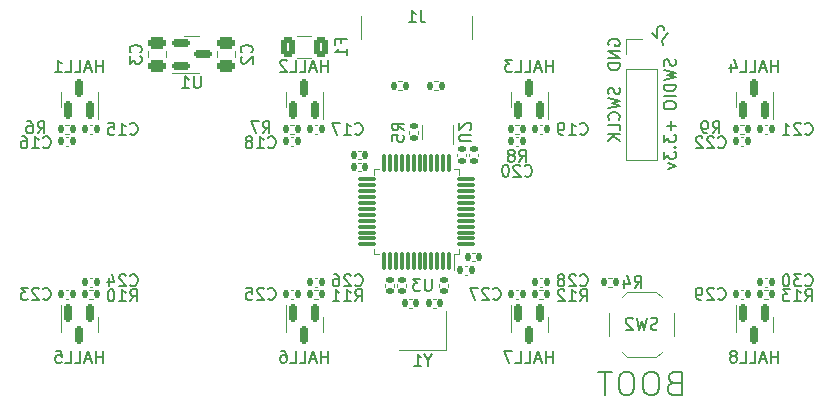
<source format=gbr>
%TF.GenerationSoftware,KiCad,Pcbnew,7.0.5*%
%TF.CreationDate,2024-04-29T12:28:37+10:00*%
%TF.ProjectId,8 key thingy,38206b65-7920-4746-9869-6e67792e6b69,rev?*%
%TF.SameCoordinates,Original*%
%TF.FileFunction,Legend,Bot*%
%TF.FilePolarity,Positive*%
%FSLAX46Y46*%
G04 Gerber Fmt 4.6, Leading zero omitted, Abs format (unit mm)*
G04 Created by KiCad (PCBNEW 7.0.5) date 2024-04-29 12:28:37*
%MOMM*%
%LPD*%
G01*
G04 APERTURE LIST*
G04 Aperture macros list*
%AMRoundRect*
0 Rectangle with rounded corners*
0 $1 Rounding radius*
0 $2 $3 $4 $5 $6 $7 $8 $9 X,Y pos of 4 corners*
0 Add a 4 corners polygon primitive as box body*
4,1,4,$2,$3,$4,$5,$6,$7,$8,$9,$2,$3,0*
0 Add four circle primitives for the rounded corners*
1,1,$1+$1,$2,$3*
1,1,$1+$1,$4,$5*
1,1,$1+$1,$6,$7*
1,1,$1+$1,$8,$9*
0 Add four rect primitives between the rounded corners*
20,1,$1+$1,$2,$3,$4,$5,0*
20,1,$1+$1,$4,$5,$6,$7,0*
20,1,$1+$1,$6,$7,$8,$9,0*
20,1,$1+$1,$8,$9,$2,$3,0*%
G04 Aperture macros list end*
%ADD10C,0.150000*%
%ADD11C,0.200000*%
%ADD12C,0.120000*%
%ADD13C,0.100000*%
%ADD14RoundRect,0.135000X-0.185000X0.135000X-0.185000X-0.135000X0.185000X-0.135000X0.185000X0.135000X0*%
%ADD15C,1.700000*%
%ADD16C,3.200000*%
%ADD17RoundRect,0.150000X0.150000X-0.587500X0.150000X0.587500X-0.150000X0.587500X-0.150000X-0.587500X0*%
%ADD18RoundRect,0.135000X-0.135000X-0.185000X0.135000X-0.185000X0.135000X0.185000X-0.135000X0.185000X0*%
%ADD19RoundRect,0.140000X0.140000X0.170000X-0.140000X0.170000X-0.140000X-0.170000X0.140000X-0.170000X0*%
%ADD20RoundRect,0.140000X-0.170000X0.140000X-0.170000X-0.140000X0.170000X-0.140000X0.170000X0.140000X0*%
%ADD21R,1.700000X1.000000*%
%ADD22RoundRect,0.140000X-0.140000X-0.170000X0.140000X-0.170000X0.140000X0.170000X-0.140000X0.170000X0*%
%ADD23RoundRect,0.150000X-0.587500X-0.150000X0.587500X-0.150000X0.587500X0.150000X-0.587500X0.150000X0*%
%ADD24RoundRect,0.135000X0.135000X0.185000X-0.135000X0.185000X-0.135000X-0.185000X0.135000X-0.185000X0*%
%ADD25RoundRect,0.250000X-0.475000X0.250000X-0.475000X-0.250000X0.475000X-0.250000X0.475000X0.250000X0*%
%ADD26R,0.200000X0.675000*%
%ADD27R,0.400000X0.775000*%
%ADD28RoundRect,0.250000X0.475000X-0.250000X0.475000X0.250000X-0.475000X0.250000X-0.475000X-0.250000X0*%
%ADD29RoundRect,0.150000X-0.150000X0.587500X-0.150000X-0.587500X0.150000X-0.587500X0.150000X0.587500X0*%
%ADD30R,1.700000X1.700000*%
%ADD31O,1.700000X1.700000*%
%ADD32RoundRect,0.075000X0.075000X-0.662500X0.075000X0.662500X-0.075000X0.662500X-0.075000X-0.662500X0*%
%ADD33RoundRect,0.075000X0.662500X-0.075000X0.662500X0.075000X-0.662500X0.075000X-0.662500X-0.075000X0*%
%ADD34R,1.400000X1.200000*%
%ADD35RoundRect,0.250000X0.375000X0.625000X-0.375000X0.625000X-0.375000X-0.625000X0.375000X-0.625000X0*%
%ADD36C,0.650000*%
%ADD37R,0.600000X1.450000*%
%ADD38R,0.300000X1.450000*%
%ADD39O,1.000000X1.600000*%
%ADD40O,1.000000X2.100000*%
G04 APERTURE END LIST*
D10*
X83846200Y-37108095D02*
X83893819Y-37250952D01*
X83893819Y-37250952D02*
X83893819Y-37489047D01*
X83893819Y-37489047D02*
X83846200Y-37584285D01*
X83846200Y-37584285D02*
X83798580Y-37631904D01*
X83798580Y-37631904D02*
X83703342Y-37679523D01*
X83703342Y-37679523D02*
X83608104Y-37679523D01*
X83608104Y-37679523D02*
X83512866Y-37631904D01*
X83512866Y-37631904D02*
X83465247Y-37584285D01*
X83465247Y-37584285D02*
X83417628Y-37489047D01*
X83417628Y-37489047D02*
X83370009Y-37298571D01*
X83370009Y-37298571D02*
X83322390Y-37203333D01*
X83322390Y-37203333D02*
X83274771Y-37155714D01*
X83274771Y-37155714D02*
X83179533Y-37108095D01*
X83179533Y-37108095D02*
X83084295Y-37108095D01*
X83084295Y-37108095D02*
X82989057Y-37155714D01*
X82989057Y-37155714D02*
X82941438Y-37203333D01*
X82941438Y-37203333D02*
X82893819Y-37298571D01*
X82893819Y-37298571D02*
X82893819Y-37536666D01*
X82893819Y-37536666D02*
X82941438Y-37679523D01*
X82893819Y-38012857D02*
X83893819Y-38250952D01*
X83893819Y-38250952D02*
X83179533Y-38441428D01*
X83179533Y-38441428D02*
X83893819Y-38631904D01*
X83893819Y-38631904D02*
X82893819Y-38870000D01*
X83798580Y-39822380D02*
X83846200Y-39774761D01*
X83846200Y-39774761D02*
X83893819Y-39631904D01*
X83893819Y-39631904D02*
X83893819Y-39536666D01*
X83893819Y-39536666D02*
X83846200Y-39393809D01*
X83846200Y-39393809D02*
X83750961Y-39298571D01*
X83750961Y-39298571D02*
X83655723Y-39250952D01*
X83655723Y-39250952D02*
X83465247Y-39203333D01*
X83465247Y-39203333D02*
X83322390Y-39203333D01*
X83322390Y-39203333D02*
X83131914Y-39250952D01*
X83131914Y-39250952D02*
X83036676Y-39298571D01*
X83036676Y-39298571D02*
X82941438Y-39393809D01*
X82941438Y-39393809D02*
X82893819Y-39536666D01*
X82893819Y-39536666D02*
X82893819Y-39631904D01*
X82893819Y-39631904D02*
X82941438Y-39774761D01*
X82941438Y-39774761D02*
X82989057Y-39822380D01*
X83893819Y-40727142D02*
X83893819Y-40250952D01*
X83893819Y-40250952D02*
X82893819Y-40250952D01*
X83893819Y-41060476D02*
X82893819Y-41060476D01*
X83893819Y-41631904D02*
X83322390Y-41203333D01*
X82893819Y-41631904D02*
X83465247Y-41060476D01*
X82941438Y-33528095D02*
X82893819Y-33432857D01*
X82893819Y-33432857D02*
X82893819Y-33290000D01*
X82893819Y-33290000D02*
X82941438Y-33147143D01*
X82941438Y-33147143D02*
X83036676Y-33051905D01*
X83036676Y-33051905D02*
X83131914Y-33004286D01*
X83131914Y-33004286D02*
X83322390Y-32956667D01*
X83322390Y-32956667D02*
X83465247Y-32956667D01*
X83465247Y-32956667D02*
X83655723Y-33004286D01*
X83655723Y-33004286D02*
X83750961Y-33051905D01*
X83750961Y-33051905D02*
X83846200Y-33147143D01*
X83846200Y-33147143D02*
X83893819Y-33290000D01*
X83893819Y-33290000D02*
X83893819Y-33385238D01*
X83893819Y-33385238D02*
X83846200Y-33528095D01*
X83846200Y-33528095D02*
X83798580Y-33575714D01*
X83798580Y-33575714D02*
X83465247Y-33575714D01*
X83465247Y-33575714D02*
X83465247Y-33385238D01*
X83893819Y-34004286D02*
X82893819Y-34004286D01*
X82893819Y-34004286D02*
X83893819Y-34575714D01*
X83893819Y-34575714D02*
X82893819Y-34575714D01*
X83893819Y-35051905D02*
X82893819Y-35051905D01*
X82893819Y-35051905D02*
X82893819Y-35290000D01*
X82893819Y-35290000D02*
X82941438Y-35432857D01*
X82941438Y-35432857D02*
X83036676Y-35528095D01*
X83036676Y-35528095D02*
X83131914Y-35575714D01*
X83131914Y-35575714D02*
X83322390Y-35623333D01*
X83322390Y-35623333D02*
X83465247Y-35623333D01*
X83465247Y-35623333D02*
X83655723Y-35575714D01*
X83655723Y-35575714D02*
X83750961Y-35528095D01*
X83750961Y-35528095D02*
X83846200Y-35432857D01*
X83846200Y-35432857D02*
X83893819Y-35290000D01*
X83893819Y-35290000D02*
X83893819Y-35051905D01*
X88545200Y-34710953D02*
X88592819Y-34853810D01*
X88592819Y-34853810D02*
X88592819Y-35091905D01*
X88592819Y-35091905D02*
X88545200Y-35187143D01*
X88545200Y-35187143D02*
X88497580Y-35234762D01*
X88497580Y-35234762D02*
X88402342Y-35282381D01*
X88402342Y-35282381D02*
X88307104Y-35282381D01*
X88307104Y-35282381D02*
X88211866Y-35234762D01*
X88211866Y-35234762D02*
X88164247Y-35187143D01*
X88164247Y-35187143D02*
X88116628Y-35091905D01*
X88116628Y-35091905D02*
X88069009Y-34901429D01*
X88069009Y-34901429D02*
X88021390Y-34806191D01*
X88021390Y-34806191D02*
X87973771Y-34758572D01*
X87973771Y-34758572D02*
X87878533Y-34710953D01*
X87878533Y-34710953D02*
X87783295Y-34710953D01*
X87783295Y-34710953D02*
X87688057Y-34758572D01*
X87688057Y-34758572D02*
X87640438Y-34806191D01*
X87640438Y-34806191D02*
X87592819Y-34901429D01*
X87592819Y-34901429D02*
X87592819Y-35139524D01*
X87592819Y-35139524D02*
X87640438Y-35282381D01*
X87592819Y-35615715D02*
X88592819Y-35853810D01*
X88592819Y-35853810D02*
X87878533Y-36044286D01*
X87878533Y-36044286D02*
X88592819Y-36234762D01*
X88592819Y-36234762D02*
X87592819Y-36472858D01*
X88592819Y-36853810D02*
X87592819Y-36853810D01*
X87592819Y-36853810D02*
X87592819Y-37091905D01*
X87592819Y-37091905D02*
X87640438Y-37234762D01*
X87640438Y-37234762D02*
X87735676Y-37330000D01*
X87735676Y-37330000D02*
X87830914Y-37377619D01*
X87830914Y-37377619D02*
X88021390Y-37425238D01*
X88021390Y-37425238D02*
X88164247Y-37425238D01*
X88164247Y-37425238D02*
X88354723Y-37377619D01*
X88354723Y-37377619D02*
X88449961Y-37330000D01*
X88449961Y-37330000D02*
X88545200Y-37234762D01*
X88545200Y-37234762D02*
X88592819Y-37091905D01*
X88592819Y-37091905D02*
X88592819Y-36853810D01*
X88592819Y-37853810D02*
X87592819Y-37853810D01*
X87592819Y-38520476D02*
X87592819Y-38710952D01*
X87592819Y-38710952D02*
X87640438Y-38806190D01*
X87640438Y-38806190D02*
X87735676Y-38901428D01*
X87735676Y-38901428D02*
X87926152Y-38949047D01*
X87926152Y-38949047D02*
X88259485Y-38949047D01*
X88259485Y-38949047D02*
X88449961Y-38901428D01*
X88449961Y-38901428D02*
X88545200Y-38806190D01*
X88545200Y-38806190D02*
X88592819Y-38710952D01*
X88592819Y-38710952D02*
X88592819Y-38520476D01*
X88592819Y-38520476D02*
X88545200Y-38425238D01*
X88545200Y-38425238D02*
X88449961Y-38330000D01*
X88449961Y-38330000D02*
X88259485Y-38282381D01*
X88259485Y-38282381D02*
X87926152Y-38282381D01*
X87926152Y-38282381D02*
X87735676Y-38330000D01*
X87735676Y-38330000D02*
X87640438Y-38425238D01*
X87640438Y-38425238D02*
X87592819Y-38520476D01*
X88211866Y-39957619D02*
X88211866Y-40719524D01*
X88592819Y-40338571D02*
X87830914Y-40338571D01*
X87592819Y-41100476D02*
X87592819Y-41719523D01*
X87592819Y-41719523D02*
X87973771Y-41386190D01*
X87973771Y-41386190D02*
X87973771Y-41529047D01*
X87973771Y-41529047D02*
X88021390Y-41624285D01*
X88021390Y-41624285D02*
X88069009Y-41671904D01*
X88069009Y-41671904D02*
X88164247Y-41719523D01*
X88164247Y-41719523D02*
X88402342Y-41719523D01*
X88402342Y-41719523D02*
X88497580Y-41671904D01*
X88497580Y-41671904D02*
X88545200Y-41624285D01*
X88545200Y-41624285D02*
X88592819Y-41529047D01*
X88592819Y-41529047D02*
X88592819Y-41243333D01*
X88592819Y-41243333D02*
X88545200Y-41148095D01*
X88545200Y-41148095D02*
X88497580Y-41100476D01*
X88497580Y-42148095D02*
X88545200Y-42195714D01*
X88545200Y-42195714D02*
X88592819Y-42148095D01*
X88592819Y-42148095D02*
X88545200Y-42100476D01*
X88545200Y-42100476D02*
X88497580Y-42148095D01*
X88497580Y-42148095D02*
X88592819Y-42148095D01*
X87592819Y-42529047D02*
X87592819Y-43148094D01*
X87592819Y-43148094D02*
X87973771Y-42814761D01*
X87973771Y-42814761D02*
X87973771Y-42957618D01*
X87973771Y-42957618D02*
X88021390Y-43052856D01*
X88021390Y-43052856D02*
X88069009Y-43100475D01*
X88069009Y-43100475D02*
X88164247Y-43148094D01*
X88164247Y-43148094D02*
X88402342Y-43148094D01*
X88402342Y-43148094D02*
X88497580Y-43100475D01*
X88497580Y-43100475D02*
X88545200Y-43052856D01*
X88545200Y-43052856D02*
X88592819Y-42957618D01*
X88592819Y-42957618D02*
X88592819Y-42671904D01*
X88592819Y-42671904D02*
X88545200Y-42576666D01*
X88545200Y-42576666D02*
X88497580Y-42529047D01*
X87926152Y-43481428D02*
X88592819Y-43719523D01*
X88592819Y-43719523D02*
X87926152Y-43957618D01*
D11*
X88439285Y-62097219D02*
X88153571Y-62192457D01*
X88153571Y-62192457D02*
X88058333Y-62287695D01*
X88058333Y-62287695D02*
X87963095Y-62478171D01*
X87963095Y-62478171D02*
X87963095Y-62763885D01*
X87963095Y-62763885D02*
X88058333Y-62954361D01*
X88058333Y-62954361D02*
X88153571Y-63049600D01*
X88153571Y-63049600D02*
X88344047Y-63144838D01*
X88344047Y-63144838D02*
X89105952Y-63144838D01*
X89105952Y-63144838D02*
X89105952Y-61144838D01*
X89105952Y-61144838D02*
X88439285Y-61144838D01*
X88439285Y-61144838D02*
X88248809Y-61240076D01*
X88248809Y-61240076D02*
X88153571Y-61335314D01*
X88153571Y-61335314D02*
X88058333Y-61525790D01*
X88058333Y-61525790D02*
X88058333Y-61716266D01*
X88058333Y-61716266D02*
X88153571Y-61906742D01*
X88153571Y-61906742D02*
X88248809Y-62001980D01*
X88248809Y-62001980D02*
X88439285Y-62097219D01*
X88439285Y-62097219D02*
X89105952Y-62097219D01*
X86725000Y-61144838D02*
X86344047Y-61144838D01*
X86344047Y-61144838D02*
X86153571Y-61240076D01*
X86153571Y-61240076D02*
X85963095Y-61430552D01*
X85963095Y-61430552D02*
X85867857Y-61811504D01*
X85867857Y-61811504D02*
X85867857Y-62478171D01*
X85867857Y-62478171D02*
X85963095Y-62859123D01*
X85963095Y-62859123D02*
X86153571Y-63049600D01*
X86153571Y-63049600D02*
X86344047Y-63144838D01*
X86344047Y-63144838D02*
X86725000Y-63144838D01*
X86725000Y-63144838D02*
X86915476Y-63049600D01*
X86915476Y-63049600D02*
X87105952Y-62859123D01*
X87105952Y-62859123D02*
X87201190Y-62478171D01*
X87201190Y-62478171D02*
X87201190Y-61811504D01*
X87201190Y-61811504D02*
X87105952Y-61430552D01*
X87105952Y-61430552D02*
X86915476Y-61240076D01*
X86915476Y-61240076D02*
X86725000Y-61144838D01*
X84629762Y-61144838D02*
X84248809Y-61144838D01*
X84248809Y-61144838D02*
X84058333Y-61240076D01*
X84058333Y-61240076D02*
X83867857Y-61430552D01*
X83867857Y-61430552D02*
X83772619Y-61811504D01*
X83772619Y-61811504D02*
X83772619Y-62478171D01*
X83772619Y-62478171D02*
X83867857Y-62859123D01*
X83867857Y-62859123D02*
X84058333Y-63049600D01*
X84058333Y-63049600D02*
X84248809Y-63144838D01*
X84248809Y-63144838D02*
X84629762Y-63144838D01*
X84629762Y-63144838D02*
X84820238Y-63049600D01*
X84820238Y-63049600D02*
X85010714Y-62859123D01*
X85010714Y-62859123D02*
X85105952Y-62478171D01*
X85105952Y-62478171D02*
X85105952Y-61811504D01*
X85105952Y-61811504D02*
X85010714Y-61430552D01*
X85010714Y-61430552D02*
X84820238Y-61240076D01*
X84820238Y-61240076D02*
X84629762Y-61144838D01*
X83201190Y-61144838D02*
X82058333Y-61144838D01*
X82629762Y-63144838D02*
X82629762Y-61144838D01*
D10*
%TO.C,R5*%
X65605819Y-40727333D02*
X65129628Y-40394000D01*
X65605819Y-40155905D02*
X64605819Y-40155905D01*
X64605819Y-40155905D02*
X64605819Y-40536857D01*
X64605819Y-40536857D02*
X64653438Y-40632095D01*
X64653438Y-40632095D02*
X64701057Y-40679714D01*
X64701057Y-40679714D02*
X64796295Y-40727333D01*
X64796295Y-40727333D02*
X64939152Y-40727333D01*
X64939152Y-40727333D02*
X65034390Y-40679714D01*
X65034390Y-40679714D02*
X65082009Y-40632095D01*
X65082009Y-40632095D02*
X65129628Y-40536857D01*
X65129628Y-40536857D02*
X65129628Y-40155905D01*
X64605819Y-41632095D02*
X64605819Y-41155905D01*
X64605819Y-41155905D02*
X65082009Y-41108286D01*
X65082009Y-41108286D02*
X65034390Y-41155905D01*
X65034390Y-41155905D02*
X64986771Y-41251143D01*
X64986771Y-41251143D02*
X64986771Y-41489238D01*
X64986771Y-41489238D02*
X65034390Y-41584476D01*
X65034390Y-41584476D02*
X65082009Y-41632095D01*
X65082009Y-41632095D02*
X65177247Y-41679714D01*
X65177247Y-41679714D02*
X65415342Y-41679714D01*
X65415342Y-41679714D02*
X65510580Y-41632095D01*
X65510580Y-41632095D02*
X65558200Y-41584476D01*
X65558200Y-41584476D02*
X65605819Y-41489238D01*
X65605819Y-41489238D02*
X65605819Y-41251143D01*
X65605819Y-41251143D02*
X65558200Y-41155905D01*
X65558200Y-41155905D02*
X65510580Y-41108286D01*
%TO.C,HALL2*%
X59149999Y-35760819D02*
X59149999Y-34760819D01*
X59149999Y-35237009D02*
X58578571Y-35237009D01*
X58578571Y-35760819D02*
X58578571Y-34760819D01*
X58149999Y-35475104D02*
X57673809Y-35475104D01*
X58245237Y-35760819D02*
X57911904Y-34760819D01*
X57911904Y-34760819D02*
X57578571Y-35760819D01*
X56769047Y-35760819D02*
X57245237Y-35760819D01*
X57245237Y-35760819D02*
X57245237Y-34760819D01*
X55959523Y-35760819D02*
X56435713Y-35760819D01*
X56435713Y-35760819D02*
X56435713Y-34760819D01*
X55673808Y-34856057D02*
X55626189Y-34808438D01*
X55626189Y-34808438D02*
X55530951Y-34760819D01*
X55530951Y-34760819D02*
X55292856Y-34760819D01*
X55292856Y-34760819D02*
X55197618Y-34808438D01*
X55197618Y-34808438D02*
X55149999Y-34856057D01*
X55149999Y-34856057D02*
X55102380Y-34951295D01*
X55102380Y-34951295D02*
X55102380Y-35046533D01*
X55102380Y-35046533D02*
X55149999Y-35189390D01*
X55149999Y-35189390D02*
X55721427Y-35760819D01*
X55721427Y-35760819D02*
X55102380Y-35760819D01*
%TO.C,R8*%
X75350666Y-43380819D02*
X75683999Y-42904628D01*
X75922094Y-43380819D02*
X75922094Y-42380819D01*
X75922094Y-42380819D02*
X75541142Y-42380819D01*
X75541142Y-42380819D02*
X75445904Y-42428438D01*
X75445904Y-42428438D02*
X75398285Y-42476057D01*
X75398285Y-42476057D02*
X75350666Y-42571295D01*
X75350666Y-42571295D02*
X75350666Y-42714152D01*
X75350666Y-42714152D02*
X75398285Y-42809390D01*
X75398285Y-42809390D02*
X75445904Y-42857009D01*
X75445904Y-42857009D02*
X75541142Y-42904628D01*
X75541142Y-42904628D02*
X75922094Y-42904628D01*
X74779237Y-42809390D02*
X74874475Y-42761771D01*
X74874475Y-42761771D02*
X74922094Y-42714152D01*
X74922094Y-42714152D02*
X74969713Y-42618914D01*
X74969713Y-42618914D02*
X74969713Y-42571295D01*
X74969713Y-42571295D02*
X74922094Y-42476057D01*
X74922094Y-42476057D02*
X74874475Y-42428438D01*
X74874475Y-42428438D02*
X74779237Y-42380819D01*
X74779237Y-42380819D02*
X74588761Y-42380819D01*
X74588761Y-42380819D02*
X74493523Y-42428438D01*
X74493523Y-42428438D02*
X74445904Y-42476057D01*
X74445904Y-42476057D02*
X74398285Y-42571295D01*
X74398285Y-42571295D02*
X74398285Y-42618914D01*
X74398285Y-42618914D02*
X74445904Y-42714152D01*
X74445904Y-42714152D02*
X74493523Y-42761771D01*
X74493523Y-42761771D02*
X74588761Y-42809390D01*
X74588761Y-42809390D02*
X74779237Y-42809390D01*
X74779237Y-42809390D02*
X74874475Y-42857009D01*
X74874475Y-42857009D02*
X74922094Y-42904628D01*
X74922094Y-42904628D02*
X74969713Y-42999866D01*
X74969713Y-42999866D02*
X74969713Y-43190342D01*
X74969713Y-43190342D02*
X74922094Y-43285580D01*
X74922094Y-43285580D02*
X74874475Y-43333200D01*
X74874475Y-43333200D02*
X74779237Y-43380819D01*
X74779237Y-43380819D02*
X74588761Y-43380819D01*
X74588761Y-43380819D02*
X74493523Y-43333200D01*
X74493523Y-43333200D02*
X74445904Y-43285580D01*
X74445904Y-43285580D02*
X74398285Y-43190342D01*
X74398285Y-43190342D02*
X74398285Y-42999866D01*
X74398285Y-42999866D02*
X74445904Y-42904628D01*
X74445904Y-42904628D02*
X74493523Y-42857009D01*
X74493523Y-42857009D02*
X74588761Y-42809390D01*
%TO.C,C15*%
X42425857Y-40999580D02*
X42473476Y-41047200D01*
X42473476Y-41047200D02*
X42616333Y-41094819D01*
X42616333Y-41094819D02*
X42711571Y-41094819D01*
X42711571Y-41094819D02*
X42854428Y-41047200D01*
X42854428Y-41047200D02*
X42949666Y-40951961D01*
X42949666Y-40951961D02*
X42997285Y-40856723D01*
X42997285Y-40856723D02*
X43044904Y-40666247D01*
X43044904Y-40666247D02*
X43044904Y-40523390D01*
X43044904Y-40523390D02*
X42997285Y-40332914D01*
X42997285Y-40332914D02*
X42949666Y-40237676D01*
X42949666Y-40237676D02*
X42854428Y-40142438D01*
X42854428Y-40142438D02*
X42711571Y-40094819D01*
X42711571Y-40094819D02*
X42616333Y-40094819D01*
X42616333Y-40094819D02*
X42473476Y-40142438D01*
X42473476Y-40142438D02*
X42425857Y-40190057D01*
X41473476Y-41094819D02*
X42044904Y-41094819D01*
X41759190Y-41094819D02*
X41759190Y-40094819D01*
X41759190Y-40094819D02*
X41854428Y-40237676D01*
X41854428Y-40237676D02*
X41949666Y-40332914D01*
X41949666Y-40332914D02*
X42044904Y-40380533D01*
X40568714Y-40094819D02*
X41044904Y-40094819D01*
X41044904Y-40094819D02*
X41092523Y-40571009D01*
X41092523Y-40571009D02*
X41044904Y-40523390D01*
X41044904Y-40523390D02*
X40949666Y-40475771D01*
X40949666Y-40475771D02*
X40711571Y-40475771D01*
X40711571Y-40475771D02*
X40616333Y-40523390D01*
X40616333Y-40523390D02*
X40568714Y-40571009D01*
X40568714Y-40571009D02*
X40521095Y-40666247D01*
X40521095Y-40666247D02*
X40521095Y-40904342D01*
X40521095Y-40904342D02*
X40568714Y-40999580D01*
X40568714Y-40999580D02*
X40616333Y-41047200D01*
X40616333Y-41047200D02*
X40711571Y-41094819D01*
X40711571Y-41094819D02*
X40949666Y-41094819D01*
X40949666Y-41094819D02*
X41044904Y-41047200D01*
X41044904Y-41047200D02*
X41092523Y-40999580D01*
%TO.C,SW2*%
X87058332Y-57557200D02*
X86915475Y-57604819D01*
X86915475Y-57604819D02*
X86677380Y-57604819D01*
X86677380Y-57604819D02*
X86582142Y-57557200D01*
X86582142Y-57557200D02*
X86534523Y-57509580D01*
X86534523Y-57509580D02*
X86486904Y-57414342D01*
X86486904Y-57414342D02*
X86486904Y-57319104D01*
X86486904Y-57319104D02*
X86534523Y-57223866D01*
X86534523Y-57223866D02*
X86582142Y-57176247D01*
X86582142Y-57176247D02*
X86677380Y-57128628D01*
X86677380Y-57128628D02*
X86867856Y-57081009D01*
X86867856Y-57081009D02*
X86963094Y-57033390D01*
X86963094Y-57033390D02*
X87010713Y-56985771D01*
X87010713Y-56985771D02*
X87058332Y-56890533D01*
X87058332Y-56890533D02*
X87058332Y-56795295D01*
X87058332Y-56795295D02*
X87010713Y-56700057D01*
X87010713Y-56700057D02*
X86963094Y-56652438D01*
X86963094Y-56652438D02*
X86867856Y-56604819D01*
X86867856Y-56604819D02*
X86629761Y-56604819D01*
X86629761Y-56604819D02*
X86486904Y-56652438D01*
X86153570Y-56604819D02*
X85915475Y-57604819D01*
X85915475Y-57604819D02*
X85724999Y-56890533D01*
X85724999Y-56890533D02*
X85534523Y-57604819D01*
X85534523Y-57604819D02*
X85296428Y-56604819D01*
X84963094Y-56700057D02*
X84915475Y-56652438D01*
X84915475Y-56652438D02*
X84820237Y-56604819D01*
X84820237Y-56604819D02*
X84582142Y-56604819D01*
X84582142Y-56604819D02*
X84486904Y-56652438D01*
X84486904Y-56652438D02*
X84439285Y-56700057D01*
X84439285Y-56700057D02*
X84391666Y-56795295D01*
X84391666Y-56795295D02*
X84391666Y-56890533D01*
X84391666Y-56890533D02*
X84439285Y-57033390D01*
X84439285Y-57033390D02*
X85010713Y-57604819D01*
X85010713Y-57604819D02*
X84391666Y-57604819D01*
%TO.C,C29*%
X92209857Y-54969580D02*
X92257476Y-55017200D01*
X92257476Y-55017200D02*
X92400333Y-55064819D01*
X92400333Y-55064819D02*
X92495571Y-55064819D01*
X92495571Y-55064819D02*
X92638428Y-55017200D01*
X92638428Y-55017200D02*
X92733666Y-54921961D01*
X92733666Y-54921961D02*
X92781285Y-54826723D01*
X92781285Y-54826723D02*
X92828904Y-54636247D01*
X92828904Y-54636247D02*
X92828904Y-54493390D01*
X92828904Y-54493390D02*
X92781285Y-54302914D01*
X92781285Y-54302914D02*
X92733666Y-54207676D01*
X92733666Y-54207676D02*
X92638428Y-54112438D01*
X92638428Y-54112438D02*
X92495571Y-54064819D01*
X92495571Y-54064819D02*
X92400333Y-54064819D01*
X92400333Y-54064819D02*
X92257476Y-54112438D01*
X92257476Y-54112438D02*
X92209857Y-54160057D01*
X91828904Y-54160057D02*
X91781285Y-54112438D01*
X91781285Y-54112438D02*
X91686047Y-54064819D01*
X91686047Y-54064819D02*
X91447952Y-54064819D01*
X91447952Y-54064819D02*
X91352714Y-54112438D01*
X91352714Y-54112438D02*
X91305095Y-54160057D01*
X91305095Y-54160057D02*
X91257476Y-54255295D01*
X91257476Y-54255295D02*
X91257476Y-54350533D01*
X91257476Y-54350533D02*
X91305095Y-54493390D01*
X91305095Y-54493390D02*
X91876523Y-55064819D01*
X91876523Y-55064819D02*
X91257476Y-55064819D01*
X90781285Y-55064819D02*
X90590809Y-55064819D01*
X90590809Y-55064819D02*
X90495571Y-55017200D01*
X90495571Y-55017200D02*
X90447952Y-54969580D01*
X90447952Y-54969580D02*
X90352714Y-54826723D01*
X90352714Y-54826723D02*
X90305095Y-54636247D01*
X90305095Y-54636247D02*
X90305095Y-54255295D01*
X90305095Y-54255295D02*
X90352714Y-54160057D01*
X90352714Y-54160057D02*
X90400333Y-54112438D01*
X90400333Y-54112438D02*
X90495571Y-54064819D01*
X90495571Y-54064819D02*
X90686047Y-54064819D01*
X90686047Y-54064819D02*
X90781285Y-54112438D01*
X90781285Y-54112438D02*
X90828904Y-54160057D01*
X90828904Y-54160057D02*
X90876523Y-54255295D01*
X90876523Y-54255295D02*
X90876523Y-54493390D01*
X90876523Y-54493390D02*
X90828904Y-54588628D01*
X90828904Y-54588628D02*
X90781285Y-54636247D01*
X90781285Y-54636247D02*
X90686047Y-54683866D01*
X90686047Y-54683866D02*
X90495571Y-54683866D01*
X90495571Y-54683866D02*
X90400333Y-54636247D01*
X90400333Y-54636247D02*
X90352714Y-54588628D01*
X90352714Y-54588628D02*
X90305095Y-54493390D01*
%TO.C,U1*%
X48386904Y-36144819D02*
X48386904Y-36954342D01*
X48386904Y-36954342D02*
X48339285Y-37049580D01*
X48339285Y-37049580D02*
X48291666Y-37097200D01*
X48291666Y-37097200D02*
X48196428Y-37144819D01*
X48196428Y-37144819D02*
X48005952Y-37144819D01*
X48005952Y-37144819D02*
X47910714Y-37097200D01*
X47910714Y-37097200D02*
X47863095Y-37049580D01*
X47863095Y-37049580D02*
X47815476Y-36954342D01*
X47815476Y-36954342D02*
X47815476Y-36144819D01*
X46815476Y-37144819D02*
X47386904Y-37144819D01*
X47101190Y-37144819D02*
X47101190Y-36144819D01*
X47101190Y-36144819D02*
X47196428Y-36287676D01*
X47196428Y-36287676D02*
X47291666Y-36382914D01*
X47291666Y-36382914D02*
X47386904Y-36430533D01*
%TO.C,HALL1*%
X40099999Y-35760819D02*
X40099999Y-34760819D01*
X40099999Y-35237009D02*
X39528571Y-35237009D01*
X39528571Y-35760819D02*
X39528571Y-34760819D01*
X39099999Y-35475104D02*
X38623809Y-35475104D01*
X39195237Y-35760819D02*
X38861904Y-34760819D01*
X38861904Y-34760819D02*
X38528571Y-35760819D01*
X37719047Y-35760819D02*
X38195237Y-35760819D01*
X38195237Y-35760819D02*
X38195237Y-34760819D01*
X36909523Y-35760819D02*
X37385713Y-35760819D01*
X37385713Y-35760819D02*
X37385713Y-34760819D01*
X36052380Y-35760819D02*
X36623808Y-35760819D01*
X36338094Y-35760819D02*
X36338094Y-34760819D01*
X36338094Y-34760819D02*
X36433332Y-34903676D01*
X36433332Y-34903676D02*
X36528570Y-34998914D01*
X36528570Y-34998914D02*
X36623808Y-35046533D01*
%TO.C,C18*%
X54109857Y-42142580D02*
X54157476Y-42190200D01*
X54157476Y-42190200D02*
X54300333Y-42237819D01*
X54300333Y-42237819D02*
X54395571Y-42237819D01*
X54395571Y-42237819D02*
X54538428Y-42190200D01*
X54538428Y-42190200D02*
X54633666Y-42094961D01*
X54633666Y-42094961D02*
X54681285Y-41999723D01*
X54681285Y-41999723D02*
X54728904Y-41809247D01*
X54728904Y-41809247D02*
X54728904Y-41666390D01*
X54728904Y-41666390D02*
X54681285Y-41475914D01*
X54681285Y-41475914D02*
X54633666Y-41380676D01*
X54633666Y-41380676D02*
X54538428Y-41285438D01*
X54538428Y-41285438D02*
X54395571Y-41237819D01*
X54395571Y-41237819D02*
X54300333Y-41237819D01*
X54300333Y-41237819D02*
X54157476Y-41285438D01*
X54157476Y-41285438D02*
X54109857Y-41333057D01*
X53157476Y-42237819D02*
X53728904Y-42237819D01*
X53443190Y-42237819D02*
X53443190Y-41237819D01*
X53443190Y-41237819D02*
X53538428Y-41380676D01*
X53538428Y-41380676D02*
X53633666Y-41475914D01*
X53633666Y-41475914D02*
X53728904Y-41523533D01*
X52586047Y-41666390D02*
X52681285Y-41618771D01*
X52681285Y-41618771D02*
X52728904Y-41571152D01*
X52728904Y-41571152D02*
X52776523Y-41475914D01*
X52776523Y-41475914D02*
X52776523Y-41428295D01*
X52776523Y-41428295D02*
X52728904Y-41333057D01*
X52728904Y-41333057D02*
X52681285Y-41285438D01*
X52681285Y-41285438D02*
X52586047Y-41237819D01*
X52586047Y-41237819D02*
X52395571Y-41237819D01*
X52395571Y-41237819D02*
X52300333Y-41285438D01*
X52300333Y-41285438D02*
X52252714Y-41333057D01*
X52252714Y-41333057D02*
X52205095Y-41428295D01*
X52205095Y-41428295D02*
X52205095Y-41475914D01*
X52205095Y-41475914D02*
X52252714Y-41571152D01*
X52252714Y-41571152D02*
X52300333Y-41618771D01*
X52300333Y-41618771D02*
X52395571Y-41666390D01*
X52395571Y-41666390D02*
X52586047Y-41666390D01*
X52586047Y-41666390D02*
X52681285Y-41714009D01*
X52681285Y-41714009D02*
X52728904Y-41761628D01*
X52728904Y-41761628D02*
X52776523Y-41856866D01*
X52776523Y-41856866D02*
X52776523Y-42047342D01*
X52776523Y-42047342D02*
X52728904Y-42142580D01*
X52728904Y-42142580D02*
X52681285Y-42190200D01*
X52681285Y-42190200D02*
X52586047Y-42237819D01*
X52586047Y-42237819D02*
X52395571Y-42237819D01*
X52395571Y-42237819D02*
X52300333Y-42190200D01*
X52300333Y-42190200D02*
X52252714Y-42142580D01*
X52252714Y-42142580D02*
X52205095Y-42047342D01*
X52205095Y-42047342D02*
X52205095Y-41856866D01*
X52205095Y-41856866D02*
X52252714Y-41761628D01*
X52252714Y-41761628D02*
X52300333Y-41714009D01*
X52300333Y-41714009D02*
X52395571Y-41666390D01*
%TO.C,C3*%
X43285580Y-34123333D02*
X43333200Y-34075714D01*
X43333200Y-34075714D02*
X43380819Y-33932857D01*
X43380819Y-33932857D02*
X43380819Y-33837619D01*
X43380819Y-33837619D02*
X43333200Y-33694762D01*
X43333200Y-33694762D02*
X43237961Y-33599524D01*
X43237961Y-33599524D02*
X43142723Y-33551905D01*
X43142723Y-33551905D02*
X42952247Y-33504286D01*
X42952247Y-33504286D02*
X42809390Y-33504286D01*
X42809390Y-33504286D02*
X42618914Y-33551905D01*
X42618914Y-33551905D02*
X42523676Y-33599524D01*
X42523676Y-33599524D02*
X42428438Y-33694762D01*
X42428438Y-33694762D02*
X42380819Y-33837619D01*
X42380819Y-33837619D02*
X42380819Y-33932857D01*
X42380819Y-33932857D02*
X42428438Y-34075714D01*
X42428438Y-34075714D02*
X42476057Y-34123333D01*
X42380819Y-34456667D02*
X42380819Y-35075714D01*
X42380819Y-35075714D02*
X42761771Y-34742381D01*
X42761771Y-34742381D02*
X42761771Y-34885238D01*
X42761771Y-34885238D02*
X42809390Y-34980476D01*
X42809390Y-34980476D02*
X42857009Y-35028095D01*
X42857009Y-35028095D02*
X42952247Y-35075714D01*
X42952247Y-35075714D02*
X43190342Y-35075714D01*
X43190342Y-35075714D02*
X43285580Y-35028095D01*
X43285580Y-35028095D02*
X43333200Y-34980476D01*
X43333200Y-34980476D02*
X43380819Y-34885238D01*
X43380819Y-34885238D02*
X43380819Y-34599524D01*
X43380819Y-34599524D02*
X43333200Y-34504286D01*
X43333200Y-34504286D02*
X43285580Y-34456667D01*
%TO.C,U2*%
X71284180Y-41655904D02*
X70474657Y-41655904D01*
X70474657Y-41655904D02*
X70379419Y-41608285D01*
X70379419Y-41608285D02*
X70331800Y-41560666D01*
X70331800Y-41560666D02*
X70284180Y-41465428D01*
X70284180Y-41465428D02*
X70284180Y-41274952D01*
X70284180Y-41274952D02*
X70331800Y-41179714D01*
X70331800Y-41179714D02*
X70379419Y-41132095D01*
X70379419Y-41132095D02*
X70474657Y-41084476D01*
X70474657Y-41084476D02*
X71284180Y-41084476D01*
X71188942Y-40655904D02*
X71236561Y-40608285D01*
X71236561Y-40608285D02*
X71284180Y-40513047D01*
X71284180Y-40513047D02*
X71284180Y-40274952D01*
X71284180Y-40274952D02*
X71236561Y-40179714D01*
X71236561Y-40179714D02*
X71188942Y-40132095D01*
X71188942Y-40132095D02*
X71093704Y-40084476D01*
X71093704Y-40084476D02*
X70998466Y-40084476D01*
X70998466Y-40084476D02*
X70855609Y-40132095D01*
X70855609Y-40132095D02*
X70284180Y-40703523D01*
X70284180Y-40703523D02*
X70284180Y-40084476D01*
%TO.C,C25*%
X54109857Y-54969580D02*
X54157476Y-55017200D01*
X54157476Y-55017200D02*
X54300333Y-55064819D01*
X54300333Y-55064819D02*
X54395571Y-55064819D01*
X54395571Y-55064819D02*
X54538428Y-55017200D01*
X54538428Y-55017200D02*
X54633666Y-54921961D01*
X54633666Y-54921961D02*
X54681285Y-54826723D01*
X54681285Y-54826723D02*
X54728904Y-54636247D01*
X54728904Y-54636247D02*
X54728904Y-54493390D01*
X54728904Y-54493390D02*
X54681285Y-54302914D01*
X54681285Y-54302914D02*
X54633666Y-54207676D01*
X54633666Y-54207676D02*
X54538428Y-54112438D01*
X54538428Y-54112438D02*
X54395571Y-54064819D01*
X54395571Y-54064819D02*
X54300333Y-54064819D01*
X54300333Y-54064819D02*
X54157476Y-54112438D01*
X54157476Y-54112438D02*
X54109857Y-54160057D01*
X53728904Y-54160057D02*
X53681285Y-54112438D01*
X53681285Y-54112438D02*
X53586047Y-54064819D01*
X53586047Y-54064819D02*
X53347952Y-54064819D01*
X53347952Y-54064819D02*
X53252714Y-54112438D01*
X53252714Y-54112438D02*
X53205095Y-54160057D01*
X53205095Y-54160057D02*
X53157476Y-54255295D01*
X53157476Y-54255295D02*
X53157476Y-54350533D01*
X53157476Y-54350533D02*
X53205095Y-54493390D01*
X53205095Y-54493390D02*
X53776523Y-55064819D01*
X53776523Y-55064819D02*
X53157476Y-55064819D01*
X52252714Y-54064819D02*
X52728904Y-54064819D01*
X52728904Y-54064819D02*
X52776523Y-54541009D01*
X52776523Y-54541009D02*
X52728904Y-54493390D01*
X52728904Y-54493390D02*
X52633666Y-54445771D01*
X52633666Y-54445771D02*
X52395571Y-54445771D01*
X52395571Y-54445771D02*
X52300333Y-54493390D01*
X52300333Y-54493390D02*
X52252714Y-54541009D01*
X52252714Y-54541009D02*
X52205095Y-54636247D01*
X52205095Y-54636247D02*
X52205095Y-54874342D01*
X52205095Y-54874342D02*
X52252714Y-54969580D01*
X52252714Y-54969580D02*
X52300333Y-55017200D01*
X52300333Y-55017200D02*
X52395571Y-55064819D01*
X52395571Y-55064819D02*
X52633666Y-55064819D01*
X52633666Y-55064819D02*
X52728904Y-55017200D01*
X52728904Y-55017200D02*
X52776523Y-54969580D01*
%TO.C,C21*%
X99575857Y-40999580D02*
X99623476Y-41047200D01*
X99623476Y-41047200D02*
X99766333Y-41094819D01*
X99766333Y-41094819D02*
X99861571Y-41094819D01*
X99861571Y-41094819D02*
X100004428Y-41047200D01*
X100004428Y-41047200D02*
X100099666Y-40951961D01*
X100099666Y-40951961D02*
X100147285Y-40856723D01*
X100147285Y-40856723D02*
X100194904Y-40666247D01*
X100194904Y-40666247D02*
X100194904Y-40523390D01*
X100194904Y-40523390D02*
X100147285Y-40332914D01*
X100147285Y-40332914D02*
X100099666Y-40237676D01*
X100099666Y-40237676D02*
X100004428Y-40142438D01*
X100004428Y-40142438D02*
X99861571Y-40094819D01*
X99861571Y-40094819D02*
X99766333Y-40094819D01*
X99766333Y-40094819D02*
X99623476Y-40142438D01*
X99623476Y-40142438D02*
X99575857Y-40190057D01*
X99194904Y-40190057D02*
X99147285Y-40142438D01*
X99147285Y-40142438D02*
X99052047Y-40094819D01*
X99052047Y-40094819D02*
X98813952Y-40094819D01*
X98813952Y-40094819D02*
X98718714Y-40142438D01*
X98718714Y-40142438D02*
X98671095Y-40190057D01*
X98671095Y-40190057D02*
X98623476Y-40285295D01*
X98623476Y-40285295D02*
X98623476Y-40380533D01*
X98623476Y-40380533D02*
X98671095Y-40523390D01*
X98671095Y-40523390D02*
X99242523Y-41094819D01*
X99242523Y-41094819D02*
X98623476Y-41094819D01*
X97671095Y-41094819D02*
X98242523Y-41094819D01*
X97956809Y-41094819D02*
X97956809Y-40094819D01*
X97956809Y-40094819D02*
X98052047Y-40237676D01*
X98052047Y-40237676D02*
X98147285Y-40332914D01*
X98147285Y-40332914D02*
X98242523Y-40380533D01*
%TO.C,R7*%
X53633666Y-40967819D02*
X53966999Y-40491628D01*
X54205094Y-40967819D02*
X54205094Y-39967819D01*
X54205094Y-39967819D02*
X53824142Y-39967819D01*
X53824142Y-39967819D02*
X53728904Y-40015438D01*
X53728904Y-40015438D02*
X53681285Y-40063057D01*
X53681285Y-40063057D02*
X53633666Y-40158295D01*
X53633666Y-40158295D02*
X53633666Y-40301152D01*
X53633666Y-40301152D02*
X53681285Y-40396390D01*
X53681285Y-40396390D02*
X53728904Y-40444009D01*
X53728904Y-40444009D02*
X53824142Y-40491628D01*
X53824142Y-40491628D02*
X54205094Y-40491628D01*
X53300332Y-39967819D02*
X52633666Y-39967819D01*
X52633666Y-39967819D02*
X53062237Y-40967819D01*
%TO.C,C27*%
X73159857Y-54969580D02*
X73207476Y-55017200D01*
X73207476Y-55017200D02*
X73350333Y-55064819D01*
X73350333Y-55064819D02*
X73445571Y-55064819D01*
X73445571Y-55064819D02*
X73588428Y-55017200D01*
X73588428Y-55017200D02*
X73683666Y-54921961D01*
X73683666Y-54921961D02*
X73731285Y-54826723D01*
X73731285Y-54826723D02*
X73778904Y-54636247D01*
X73778904Y-54636247D02*
X73778904Y-54493390D01*
X73778904Y-54493390D02*
X73731285Y-54302914D01*
X73731285Y-54302914D02*
X73683666Y-54207676D01*
X73683666Y-54207676D02*
X73588428Y-54112438D01*
X73588428Y-54112438D02*
X73445571Y-54064819D01*
X73445571Y-54064819D02*
X73350333Y-54064819D01*
X73350333Y-54064819D02*
X73207476Y-54112438D01*
X73207476Y-54112438D02*
X73159857Y-54160057D01*
X72778904Y-54160057D02*
X72731285Y-54112438D01*
X72731285Y-54112438D02*
X72636047Y-54064819D01*
X72636047Y-54064819D02*
X72397952Y-54064819D01*
X72397952Y-54064819D02*
X72302714Y-54112438D01*
X72302714Y-54112438D02*
X72255095Y-54160057D01*
X72255095Y-54160057D02*
X72207476Y-54255295D01*
X72207476Y-54255295D02*
X72207476Y-54350533D01*
X72207476Y-54350533D02*
X72255095Y-54493390D01*
X72255095Y-54493390D02*
X72826523Y-55064819D01*
X72826523Y-55064819D02*
X72207476Y-55064819D01*
X71874142Y-54064819D02*
X71207476Y-54064819D01*
X71207476Y-54064819D02*
X71636047Y-55064819D01*
%TO.C,R10*%
X42425856Y-55191819D02*
X42759189Y-54715628D01*
X42997284Y-55191819D02*
X42997284Y-54191819D01*
X42997284Y-54191819D02*
X42616332Y-54191819D01*
X42616332Y-54191819D02*
X42521094Y-54239438D01*
X42521094Y-54239438D02*
X42473475Y-54287057D01*
X42473475Y-54287057D02*
X42425856Y-54382295D01*
X42425856Y-54382295D02*
X42425856Y-54525152D01*
X42425856Y-54525152D02*
X42473475Y-54620390D01*
X42473475Y-54620390D02*
X42521094Y-54668009D01*
X42521094Y-54668009D02*
X42616332Y-54715628D01*
X42616332Y-54715628D02*
X42997284Y-54715628D01*
X41473475Y-55191819D02*
X42044903Y-55191819D01*
X41759189Y-55191819D02*
X41759189Y-54191819D01*
X41759189Y-54191819D02*
X41854427Y-54334676D01*
X41854427Y-54334676D02*
X41949665Y-54429914D01*
X41949665Y-54429914D02*
X42044903Y-54477533D01*
X40854427Y-54191819D02*
X40759189Y-54191819D01*
X40759189Y-54191819D02*
X40663951Y-54239438D01*
X40663951Y-54239438D02*
X40616332Y-54287057D01*
X40616332Y-54287057D02*
X40568713Y-54382295D01*
X40568713Y-54382295D02*
X40521094Y-54572771D01*
X40521094Y-54572771D02*
X40521094Y-54810866D01*
X40521094Y-54810866D02*
X40568713Y-55001342D01*
X40568713Y-55001342D02*
X40616332Y-55096580D01*
X40616332Y-55096580D02*
X40663951Y-55144200D01*
X40663951Y-55144200D02*
X40759189Y-55191819D01*
X40759189Y-55191819D02*
X40854427Y-55191819D01*
X40854427Y-55191819D02*
X40949665Y-55144200D01*
X40949665Y-55144200D02*
X40997284Y-55096580D01*
X40997284Y-55096580D02*
X41044903Y-55001342D01*
X41044903Y-55001342D02*
X41092522Y-54810866D01*
X41092522Y-54810866D02*
X41092522Y-54572771D01*
X41092522Y-54572771D02*
X41044903Y-54382295D01*
X41044903Y-54382295D02*
X40997284Y-54287057D01*
X40997284Y-54287057D02*
X40949665Y-54239438D01*
X40949665Y-54239438D02*
X40854427Y-54191819D01*
%TO.C,C16*%
X35059857Y-42142580D02*
X35107476Y-42190200D01*
X35107476Y-42190200D02*
X35250333Y-42237819D01*
X35250333Y-42237819D02*
X35345571Y-42237819D01*
X35345571Y-42237819D02*
X35488428Y-42190200D01*
X35488428Y-42190200D02*
X35583666Y-42094961D01*
X35583666Y-42094961D02*
X35631285Y-41999723D01*
X35631285Y-41999723D02*
X35678904Y-41809247D01*
X35678904Y-41809247D02*
X35678904Y-41666390D01*
X35678904Y-41666390D02*
X35631285Y-41475914D01*
X35631285Y-41475914D02*
X35583666Y-41380676D01*
X35583666Y-41380676D02*
X35488428Y-41285438D01*
X35488428Y-41285438D02*
X35345571Y-41237819D01*
X35345571Y-41237819D02*
X35250333Y-41237819D01*
X35250333Y-41237819D02*
X35107476Y-41285438D01*
X35107476Y-41285438D02*
X35059857Y-41333057D01*
X34107476Y-42237819D02*
X34678904Y-42237819D01*
X34393190Y-42237819D02*
X34393190Y-41237819D01*
X34393190Y-41237819D02*
X34488428Y-41380676D01*
X34488428Y-41380676D02*
X34583666Y-41475914D01*
X34583666Y-41475914D02*
X34678904Y-41523533D01*
X33250333Y-41237819D02*
X33440809Y-41237819D01*
X33440809Y-41237819D02*
X33536047Y-41285438D01*
X33536047Y-41285438D02*
X33583666Y-41333057D01*
X33583666Y-41333057D02*
X33678904Y-41475914D01*
X33678904Y-41475914D02*
X33726523Y-41666390D01*
X33726523Y-41666390D02*
X33726523Y-42047342D01*
X33726523Y-42047342D02*
X33678904Y-42142580D01*
X33678904Y-42142580D02*
X33631285Y-42190200D01*
X33631285Y-42190200D02*
X33536047Y-42237819D01*
X33536047Y-42237819D02*
X33345571Y-42237819D01*
X33345571Y-42237819D02*
X33250333Y-42190200D01*
X33250333Y-42190200D02*
X33202714Y-42142580D01*
X33202714Y-42142580D02*
X33155095Y-42047342D01*
X33155095Y-42047342D02*
X33155095Y-41809247D01*
X33155095Y-41809247D02*
X33202714Y-41714009D01*
X33202714Y-41714009D02*
X33250333Y-41666390D01*
X33250333Y-41666390D02*
X33345571Y-41618771D01*
X33345571Y-41618771D02*
X33536047Y-41618771D01*
X33536047Y-41618771D02*
X33631285Y-41666390D01*
X33631285Y-41666390D02*
X33678904Y-41714009D01*
X33678904Y-41714009D02*
X33726523Y-41809247D01*
%TO.C,HALL4*%
X97249999Y-35760819D02*
X97249999Y-34760819D01*
X97249999Y-35237009D02*
X96678571Y-35237009D01*
X96678571Y-35760819D02*
X96678571Y-34760819D01*
X96249999Y-35475104D02*
X95773809Y-35475104D01*
X96345237Y-35760819D02*
X96011904Y-34760819D01*
X96011904Y-34760819D02*
X95678571Y-35760819D01*
X94869047Y-35760819D02*
X95345237Y-35760819D01*
X95345237Y-35760819D02*
X95345237Y-34760819D01*
X94059523Y-35760819D02*
X94535713Y-35760819D01*
X94535713Y-35760819D02*
X94535713Y-34760819D01*
X93297618Y-35094152D02*
X93297618Y-35760819D01*
X93535713Y-34713200D02*
X93773808Y-35427485D01*
X93773808Y-35427485D02*
X93154761Y-35427485D01*
%TO.C,C2*%
X52683580Y-34123333D02*
X52731200Y-34075714D01*
X52731200Y-34075714D02*
X52778819Y-33932857D01*
X52778819Y-33932857D02*
X52778819Y-33837619D01*
X52778819Y-33837619D02*
X52731200Y-33694762D01*
X52731200Y-33694762D02*
X52635961Y-33599524D01*
X52635961Y-33599524D02*
X52540723Y-33551905D01*
X52540723Y-33551905D02*
X52350247Y-33504286D01*
X52350247Y-33504286D02*
X52207390Y-33504286D01*
X52207390Y-33504286D02*
X52016914Y-33551905D01*
X52016914Y-33551905D02*
X51921676Y-33599524D01*
X51921676Y-33599524D02*
X51826438Y-33694762D01*
X51826438Y-33694762D02*
X51778819Y-33837619D01*
X51778819Y-33837619D02*
X51778819Y-33932857D01*
X51778819Y-33932857D02*
X51826438Y-34075714D01*
X51826438Y-34075714D02*
X51874057Y-34123333D01*
X51874057Y-34504286D02*
X51826438Y-34551905D01*
X51826438Y-34551905D02*
X51778819Y-34647143D01*
X51778819Y-34647143D02*
X51778819Y-34885238D01*
X51778819Y-34885238D02*
X51826438Y-34980476D01*
X51826438Y-34980476D02*
X51874057Y-35028095D01*
X51874057Y-35028095D02*
X51969295Y-35075714D01*
X51969295Y-35075714D02*
X52064533Y-35075714D01*
X52064533Y-35075714D02*
X52207390Y-35028095D01*
X52207390Y-35028095D02*
X52778819Y-34456667D01*
X52778819Y-34456667D02*
X52778819Y-35075714D01*
%TO.C,HALL3*%
X78199999Y-35760819D02*
X78199999Y-34760819D01*
X78199999Y-35237009D02*
X77628571Y-35237009D01*
X77628571Y-35760819D02*
X77628571Y-34760819D01*
X77199999Y-35475104D02*
X76723809Y-35475104D01*
X77295237Y-35760819D02*
X76961904Y-34760819D01*
X76961904Y-34760819D02*
X76628571Y-35760819D01*
X75819047Y-35760819D02*
X76295237Y-35760819D01*
X76295237Y-35760819D02*
X76295237Y-34760819D01*
X75009523Y-35760819D02*
X75485713Y-35760819D01*
X75485713Y-35760819D02*
X75485713Y-34760819D01*
X74771427Y-34760819D02*
X74152380Y-34760819D01*
X74152380Y-34760819D02*
X74485713Y-35141771D01*
X74485713Y-35141771D02*
X74342856Y-35141771D01*
X74342856Y-35141771D02*
X74247618Y-35189390D01*
X74247618Y-35189390D02*
X74199999Y-35237009D01*
X74199999Y-35237009D02*
X74152380Y-35332247D01*
X74152380Y-35332247D02*
X74152380Y-35570342D01*
X74152380Y-35570342D02*
X74199999Y-35665580D01*
X74199999Y-35665580D02*
X74247618Y-35713200D01*
X74247618Y-35713200D02*
X74342856Y-35760819D01*
X74342856Y-35760819D02*
X74628570Y-35760819D01*
X74628570Y-35760819D02*
X74723808Y-35713200D01*
X74723808Y-35713200D02*
X74771427Y-35665580D01*
%TO.C,R9*%
X91733666Y-40967819D02*
X92066999Y-40491628D01*
X92305094Y-40967819D02*
X92305094Y-39967819D01*
X92305094Y-39967819D02*
X91924142Y-39967819D01*
X91924142Y-39967819D02*
X91828904Y-40015438D01*
X91828904Y-40015438D02*
X91781285Y-40063057D01*
X91781285Y-40063057D02*
X91733666Y-40158295D01*
X91733666Y-40158295D02*
X91733666Y-40301152D01*
X91733666Y-40301152D02*
X91781285Y-40396390D01*
X91781285Y-40396390D02*
X91828904Y-40444009D01*
X91828904Y-40444009D02*
X91924142Y-40491628D01*
X91924142Y-40491628D02*
X92305094Y-40491628D01*
X91257475Y-40967819D02*
X91066999Y-40967819D01*
X91066999Y-40967819D02*
X90971761Y-40920200D01*
X90971761Y-40920200D02*
X90924142Y-40872580D01*
X90924142Y-40872580D02*
X90828904Y-40729723D01*
X90828904Y-40729723D02*
X90781285Y-40539247D01*
X90781285Y-40539247D02*
X90781285Y-40158295D01*
X90781285Y-40158295D02*
X90828904Y-40063057D01*
X90828904Y-40063057D02*
X90876523Y-40015438D01*
X90876523Y-40015438D02*
X90971761Y-39967819D01*
X90971761Y-39967819D02*
X91162237Y-39967819D01*
X91162237Y-39967819D02*
X91257475Y-40015438D01*
X91257475Y-40015438D02*
X91305094Y-40063057D01*
X91305094Y-40063057D02*
X91352713Y-40158295D01*
X91352713Y-40158295D02*
X91352713Y-40396390D01*
X91352713Y-40396390D02*
X91305094Y-40491628D01*
X91305094Y-40491628D02*
X91257475Y-40539247D01*
X91257475Y-40539247D02*
X91162237Y-40586866D01*
X91162237Y-40586866D02*
X90971761Y-40586866D01*
X90971761Y-40586866D02*
X90876523Y-40539247D01*
X90876523Y-40539247D02*
X90828904Y-40491628D01*
X90828904Y-40491628D02*
X90781285Y-40396390D01*
%TO.C,HALL5*%
X40099999Y-60398819D02*
X40099999Y-59398819D01*
X40099999Y-59875009D02*
X39528571Y-59875009D01*
X39528571Y-60398819D02*
X39528571Y-59398819D01*
X39099999Y-60113104D02*
X38623809Y-60113104D01*
X39195237Y-60398819D02*
X38861904Y-59398819D01*
X38861904Y-59398819D02*
X38528571Y-60398819D01*
X37719047Y-60398819D02*
X38195237Y-60398819D01*
X38195237Y-60398819D02*
X38195237Y-59398819D01*
X36909523Y-60398819D02*
X37385713Y-60398819D01*
X37385713Y-60398819D02*
X37385713Y-59398819D01*
X36099999Y-59398819D02*
X36576189Y-59398819D01*
X36576189Y-59398819D02*
X36623808Y-59875009D01*
X36623808Y-59875009D02*
X36576189Y-59827390D01*
X36576189Y-59827390D02*
X36480951Y-59779771D01*
X36480951Y-59779771D02*
X36242856Y-59779771D01*
X36242856Y-59779771D02*
X36147618Y-59827390D01*
X36147618Y-59827390D02*
X36099999Y-59875009D01*
X36099999Y-59875009D02*
X36052380Y-59970247D01*
X36052380Y-59970247D02*
X36052380Y-60208342D01*
X36052380Y-60208342D02*
X36099999Y-60303580D01*
X36099999Y-60303580D02*
X36147618Y-60351200D01*
X36147618Y-60351200D02*
X36242856Y-60398819D01*
X36242856Y-60398819D02*
X36480951Y-60398819D01*
X36480951Y-60398819D02*
X36576189Y-60351200D01*
X36576189Y-60351200D02*
X36623808Y-60303580D01*
%TO.C,J2*%
X87997203Y-32489201D02*
X87492127Y-32994277D01*
X87492127Y-32994277D02*
X87424783Y-33128964D01*
X87424783Y-33128964D02*
X87424783Y-33263651D01*
X87424783Y-33263651D02*
X87492127Y-33398338D01*
X87492127Y-33398338D02*
X87559470Y-33465682D01*
X87626814Y-32253498D02*
X87626814Y-32186155D01*
X87626814Y-32186155D02*
X87593142Y-32085140D01*
X87593142Y-32085140D02*
X87424783Y-31916781D01*
X87424783Y-31916781D02*
X87323768Y-31883109D01*
X87323768Y-31883109D02*
X87256424Y-31883109D01*
X87256424Y-31883109D02*
X87155409Y-31916781D01*
X87155409Y-31916781D02*
X87088066Y-31984124D01*
X87088066Y-31984124D02*
X87020722Y-32118811D01*
X87020722Y-32118811D02*
X87020722Y-32926933D01*
X87020722Y-32926933D02*
X86582989Y-32489201D01*
%TO.C,C19*%
X80525857Y-40999580D02*
X80573476Y-41047200D01*
X80573476Y-41047200D02*
X80716333Y-41094819D01*
X80716333Y-41094819D02*
X80811571Y-41094819D01*
X80811571Y-41094819D02*
X80954428Y-41047200D01*
X80954428Y-41047200D02*
X81049666Y-40951961D01*
X81049666Y-40951961D02*
X81097285Y-40856723D01*
X81097285Y-40856723D02*
X81144904Y-40666247D01*
X81144904Y-40666247D02*
X81144904Y-40523390D01*
X81144904Y-40523390D02*
X81097285Y-40332914D01*
X81097285Y-40332914D02*
X81049666Y-40237676D01*
X81049666Y-40237676D02*
X80954428Y-40142438D01*
X80954428Y-40142438D02*
X80811571Y-40094819D01*
X80811571Y-40094819D02*
X80716333Y-40094819D01*
X80716333Y-40094819D02*
X80573476Y-40142438D01*
X80573476Y-40142438D02*
X80525857Y-40190057D01*
X79573476Y-41094819D02*
X80144904Y-41094819D01*
X79859190Y-41094819D02*
X79859190Y-40094819D01*
X79859190Y-40094819D02*
X79954428Y-40237676D01*
X79954428Y-40237676D02*
X80049666Y-40332914D01*
X80049666Y-40332914D02*
X80144904Y-40380533D01*
X79097285Y-41094819D02*
X78906809Y-41094819D01*
X78906809Y-41094819D02*
X78811571Y-41047200D01*
X78811571Y-41047200D02*
X78763952Y-40999580D01*
X78763952Y-40999580D02*
X78668714Y-40856723D01*
X78668714Y-40856723D02*
X78621095Y-40666247D01*
X78621095Y-40666247D02*
X78621095Y-40285295D01*
X78621095Y-40285295D02*
X78668714Y-40190057D01*
X78668714Y-40190057D02*
X78716333Y-40142438D01*
X78716333Y-40142438D02*
X78811571Y-40094819D01*
X78811571Y-40094819D02*
X79002047Y-40094819D01*
X79002047Y-40094819D02*
X79097285Y-40142438D01*
X79097285Y-40142438D02*
X79144904Y-40190057D01*
X79144904Y-40190057D02*
X79192523Y-40285295D01*
X79192523Y-40285295D02*
X79192523Y-40523390D01*
X79192523Y-40523390D02*
X79144904Y-40618628D01*
X79144904Y-40618628D02*
X79097285Y-40666247D01*
X79097285Y-40666247D02*
X79002047Y-40713866D01*
X79002047Y-40713866D02*
X78811571Y-40713866D01*
X78811571Y-40713866D02*
X78716333Y-40666247D01*
X78716333Y-40666247D02*
X78668714Y-40618628D01*
X78668714Y-40618628D02*
X78621095Y-40523390D01*
%TO.C,C30*%
X99575856Y-53826580D02*
X99623475Y-53874200D01*
X99623475Y-53874200D02*
X99766332Y-53921819D01*
X99766332Y-53921819D02*
X99861570Y-53921819D01*
X99861570Y-53921819D02*
X100004427Y-53874200D01*
X100004427Y-53874200D02*
X100099665Y-53778961D01*
X100099665Y-53778961D02*
X100147284Y-53683723D01*
X100147284Y-53683723D02*
X100194903Y-53493247D01*
X100194903Y-53493247D02*
X100194903Y-53350390D01*
X100194903Y-53350390D02*
X100147284Y-53159914D01*
X100147284Y-53159914D02*
X100099665Y-53064676D01*
X100099665Y-53064676D02*
X100004427Y-52969438D01*
X100004427Y-52969438D02*
X99861570Y-52921819D01*
X99861570Y-52921819D02*
X99766332Y-52921819D01*
X99766332Y-52921819D02*
X99623475Y-52969438D01*
X99623475Y-52969438D02*
X99575856Y-53017057D01*
X99242522Y-52921819D02*
X98623475Y-52921819D01*
X98623475Y-52921819D02*
X98956808Y-53302771D01*
X98956808Y-53302771D02*
X98813951Y-53302771D01*
X98813951Y-53302771D02*
X98718713Y-53350390D01*
X98718713Y-53350390D02*
X98671094Y-53398009D01*
X98671094Y-53398009D02*
X98623475Y-53493247D01*
X98623475Y-53493247D02*
X98623475Y-53731342D01*
X98623475Y-53731342D02*
X98671094Y-53826580D01*
X98671094Y-53826580D02*
X98718713Y-53874200D01*
X98718713Y-53874200D02*
X98813951Y-53921819D01*
X98813951Y-53921819D02*
X99099665Y-53921819D01*
X99099665Y-53921819D02*
X99194903Y-53874200D01*
X99194903Y-53874200D02*
X99242522Y-53826580D01*
X98004427Y-52921819D02*
X97909189Y-52921819D01*
X97909189Y-52921819D02*
X97813951Y-52969438D01*
X97813951Y-52969438D02*
X97766332Y-53017057D01*
X97766332Y-53017057D02*
X97718713Y-53112295D01*
X97718713Y-53112295D02*
X97671094Y-53302771D01*
X97671094Y-53302771D02*
X97671094Y-53540866D01*
X97671094Y-53540866D02*
X97718713Y-53731342D01*
X97718713Y-53731342D02*
X97766332Y-53826580D01*
X97766332Y-53826580D02*
X97813951Y-53874200D01*
X97813951Y-53874200D02*
X97909189Y-53921819D01*
X97909189Y-53921819D02*
X98004427Y-53921819D01*
X98004427Y-53921819D02*
X98099665Y-53874200D01*
X98099665Y-53874200D02*
X98147284Y-53826580D01*
X98147284Y-53826580D02*
X98194903Y-53731342D01*
X98194903Y-53731342D02*
X98242522Y-53540866D01*
X98242522Y-53540866D02*
X98242522Y-53302771D01*
X98242522Y-53302771D02*
X98194903Y-53112295D01*
X98194903Y-53112295D02*
X98147284Y-53017057D01*
X98147284Y-53017057D02*
X98099665Y-52969438D01*
X98099665Y-52969438D02*
X98004427Y-52921819D01*
%TO.C,R4*%
X85129666Y-54048819D02*
X85462999Y-53572628D01*
X85701094Y-54048819D02*
X85701094Y-53048819D01*
X85701094Y-53048819D02*
X85320142Y-53048819D01*
X85320142Y-53048819D02*
X85224904Y-53096438D01*
X85224904Y-53096438D02*
X85177285Y-53144057D01*
X85177285Y-53144057D02*
X85129666Y-53239295D01*
X85129666Y-53239295D02*
X85129666Y-53382152D01*
X85129666Y-53382152D02*
X85177285Y-53477390D01*
X85177285Y-53477390D02*
X85224904Y-53525009D01*
X85224904Y-53525009D02*
X85320142Y-53572628D01*
X85320142Y-53572628D02*
X85701094Y-53572628D01*
X84272523Y-53382152D02*
X84272523Y-54048819D01*
X84510618Y-53001200D02*
X84748713Y-53715485D01*
X84748713Y-53715485D02*
X84129666Y-53715485D01*
%TO.C,R11*%
X61475856Y-55191819D02*
X61809189Y-54715628D01*
X62047284Y-55191819D02*
X62047284Y-54191819D01*
X62047284Y-54191819D02*
X61666332Y-54191819D01*
X61666332Y-54191819D02*
X61571094Y-54239438D01*
X61571094Y-54239438D02*
X61523475Y-54287057D01*
X61523475Y-54287057D02*
X61475856Y-54382295D01*
X61475856Y-54382295D02*
X61475856Y-54525152D01*
X61475856Y-54525152D02*
X61523475Y-54620390D01*
X61523475Y-54620390D02*
X61571094Y-54668009D01*
X61571094Y-54668009D02*
X61666332Y-54715628D01*
X61666332Y-54715628D02*
X62047284Y-54715628D01*
X60523475Y-55191819D02*
X61094903Y-55191819D01*
X60809189Y-55191819D02*
X60809189Y-54191819D01*
X60809189Y-54191819D02*
X60904427Y-54334676D01*
X60904427Y-54334676D02*
X60999665Y-54429914D01*
X60999665Y-54429914D02*
X61094903Y-54477533D01*
X59571094Y-55191819D02*
X60142522Y-55191819D01*
X59856808Y-55191819D02*
X59856808Y-54191819D01*
X59856808Y-54191819D02*
X59952046Y-54334676D01*
X59952046Y-54334676D02*
X60047284Y-54429914D01*
X60047284Y-54429914D02*
X60142522Y-54477533D01*
%TO.C,C17*%
X61475857Y-40999580D02*
X61523476Y-41047200D01*
X61523476Y-41047200D02*
X61666333Y-41094819D01*
X61666333Y-41094819D02*
X61761571Y-41094819D01*
X61761571Y-41094819D02*
X61904428Y-41047200D01*
X61904428Y-41047200D02*
X61999666Y-40951961D01*
X61999666Y-40951961D02*
X62047285Y-40856723D01*
X62047285Y-40856723D02*
X62094904Y-40666247D01*
X62094904Y-40666247D02*
X62094904Y-40523390D01*
X62094904Y-40523390D02*
X62047285Y-40332914D01*
X62047285Y-40332914D02*
X61999666Y-40237676D01*
X61999666Y-40237676D02*
X61904428Y-40142438D01*
X61904428Y-40142438D02*
X61761571Y-40094819D01*
X61761571Y-40094819D02*
X61666333Y-40094819D01*
X61666333Y-40094819D02*
X61523476Y-40142438D01*
X61523476Y-40142438D02*
X61475857Y-40190057D01*
X60523476Y-41094819D02*
X61094904Y-41094819D01*
X60809190Y-41094819D02*
X60809190Y-40094819D01*
X60809190Y-40094819D02*
X60904428Y-40237676D01*
X60904428Y-40237676D02*
X60999666Y-40332914D01*
X60999666Y-40332914D02*
X61094904Y-40380533D01*
X60190142Y-40094819D02*
X59523476Y-40094819D01*
X59523476Y-40094819D02*
X59952047Y-41094819D01*
%TO.C,R13*%
X99575856Y-55191819D02*
X99909189Y-54715628D01*
X100147284Y-55191819D02*
X100147284Y-54191819D01*
X100147284Y-54191819D02*
X99766332Y-54191819D01*
X99766332Y-54191819D02*
X99671094Y-54239438D01*
X99671094Y-54239438D02*
X99623475Y-54287057D01*
X99623475Y-54287057D02*
X99575856Y-54382295D01*
X99575856Y-54382295D02*
X99575856Y-54525152D01*
X99575856Y-54525152D02*
X99623475Y-54620390D01*
X99623475Y-54620390D02*
X99671094Y-54668009D01*
X99671094Y-54668009D02*
X99766332Y-54715628D01*
X99766332Y-54715628D02*
X100147284Y-54715628D01*
X98623475Y-55191819D02*
X99194903Y-55191819D01*
X98909189Y-55191819D02*
X98909189Y-54191819D01*
X98909189Y-54191819D02*
X99004427Y-54334676D01*
X99004427Y-54334676D02*
X99099665Y-54429914D01*
X99099665Y-54429914D02*
X99194903Y-54477533D01*
X98290141Y-54191819D02*
X97671094Y-54191819D01*
X97671094Y-54191819D02*
X98004427Y-54572771D01*
X98004427Y-54572771D02*
X97861570Y-54572771D01*
X97861570Y-54572771D02*
X97766332Y-54620390D01*
X97766332Y-54620390D02*
X97718713Y-54668009D01*
X97718713Y-54668009D02*
X97671094Y-54763247D01*
X97671094Y-54763247D02*
X97671094Y-55001342D01*
X97671094Y-55001342D02*
X97718713Y-55096580D01*
X97718713Y-55096580D02*
X97766332Y-55144200D01*
X97766332Y-55144200D02*
X97861570Y-55191819D01*
X97861570Y-55191819D02*
X98147284Y-55191819D01*
X98147284Y-55191819D02*
X98242522Y-55144200D01*
X98242522Y-55144200D02*
X98290141Y-55096580D01*
%TO.C,C26*%
X61475856Y-53826580D02*
X61523475Y-53874200D01*
X61523475Y-53874200D02*
X61666332Y-53921819D01*
X61666332Y-53921819D02*
X61761570Y-53921819D01*
X61761570Y-53921819D02*
X61904427Y-53874200D01*
X61904427Y-53874200D02*
X61999665Y-53778961D01*
X61999665Y-53778961D02*
X62047284Y-53683723D01*
X62047284Y-53683723D02*
X62094903Y-53493247D01*
X62094903Y-53493247D02*
X62094903Y-53350390D01*
X62094903Y-53350390D02*
X62047284Y-53159914D01*
X62047284Y-53159914D02*
X61999665Y-53064676D01*
X61999665Y-53064676D02*
X61904427Y-52969438D01*
X61904427Y-52969438D02*
X61761570Y-52921819D01*
X61761570Y-52921819D02*
X61666332Y-52921819D01*
X61666332Y-52921819D02*
X61523475Y-52969438D01*
X61523475Y-52969438D02*
X61475856Y-53017057D01*
X61094903Y-53017057D02*
X61047284Y-52969438D01*
X61047284Y-52969438D02*
X60952046Y-52921819D01*
X60952046Y-52921819D02*
X60713951Y-52921819D01*
X60713951Y-52921819D02*
X60618713Y-52969438D01*
X60618713Y-52969438D02*
X60571094Y-53017057D01*
X60571094Y-53017057D02*
X60523475Y-53112295D01*
X60523475Y-53112295D02*
X60523475Y-53207533D01*
X60523475Y-53207533D02*
X60571094Y-53350390D01*
X60571094Y-53350390D02*
X61142522Y-53921819D01*
X61142522Y-53921819D02*
X60523475Y-53921819D01*
X59666332Y-52921819D02*
X59856808Y-52921819D01*
X59856808Y-52921819D02*
X59952046Y-52969438D01*
X59952046Y-52969438D02*
X59999665Y-53017057D01*
X59999665Y-53017057D02*
X60094903Y-53159914D01*
X60094903Y-53159914D02*
X60142522Y-53350390D01*
X60142522Y-53350390D02*
X60142522Y-53731342D01*
X60142522Y-53731342D02*
X60094903Y-53826580D01*
X60094903Y-53826580D02*
X60047284Y-53874200D01*
X60047284Y-53874200D02*
X59952046Y-53921819D01*
X59952046Y-53921819D02*
X59761570Y-53921819D01*
X59761570Y-53921819D02*
X59666332Y-53874200D01*
X59666332Y-53874200D02*
X59618713Y-53826580D01*
X59618713Y-53826580D02*
X59571094Y-53731342D01*
X59571094Y-53731342D02*
X59571094Y-53493247D01*
X59571094Y-53493247D02*
X59618713Y-53398009D01*
X59618713Y-53398009D02*
X59666332Y-53350390D01*
X59666332Y-53350390D02*
X59761570Y-53302771D01*
X59761570Y-53302771D02*
X59952046Y-53302771D01*
X59952046Y-53302771D02*
X60047284Y-53350390D01*
X60047284Y-53350390D02*
X60094903Y-53398009D01*
X60094903Y-53398009D02*
X60142522Y-53493247D01*
%TO.C,C20*%
X75826857Y-44555580D02*
X75874476Y-44603200D01*
X75874476Y-44603200D02*
X76017333Y-44650819D01*
X76017333Y-44650819D02*
X76112571Y-44650819D01*
X76112571Y-44650819D02*
X76255428Y-44603200D01*
X76255428Y-44603200D02*
X76350666Y-44507961D01*
X76350666Y-44507961D02*
X76398285Y-44412723D01*
X76398285Y-44412723D02*
X76445904Y-44222247D01*
X76445904Y-44222247D02*
X76445904Y-44079390D01*
X76445904Y-44079390D02*
X76398285Y-43888914D01*
X76398285Y-43888914D02*
X76350666Y-43793676D01*
X76350666Y-43793676D02*
X76255428Y-43698438D01*
X76255428Y-43698438D02*
X76112571Y-43650819D01*
X76112571Y-43650819D02*
X76017333Y-43650819D01*
X76017333Y-43650819D02*
X75874476Y-43698438D01*
X75874476Y-43698438D02*
X75826857Y-43746057D01*
X75445904Y-43746057D02*
X75398285Y-43698438D01*
X75398285Y-43698438D02*
X75303047Y-43650819D01*
X75303047Y-43650819D02*
X75064952Y-43650819D01*
X75064952Y-43650819D02*
X74969714Y-43698438D01*
X74969714Y-43698438D02*
X74922095Y-43746057D01*
X74922095Y-43746057D02*
X74874476Y-43841295D01*
X74874476Y-43841295D02*
X74874476Y-43936533D01*
X74874476Y-43936533D02*
X74922095Y-44079390D01*
X74922095Y-44079390D02*
X75493523Y-44650819D01*
X75493523Y-44650819D02*
X74874476Y-44650819D01*
X74255428Y-43650819D02*
X74160190Y-43650819D01*
X74160190Y-43650819D02*
X74064952Y-43698438D01*
X74064952Y-43698438D02*
X74017333Y-43746057D01*
X74017333Y-43746057D02*
X73969714Y-43841295D01*
X73969714Y-43841295D02*
X73922095Y-44031771D01*
X73922095Y-44031771D02*
X73922095Y-44269866D01*
X73922095Y-44269866D02*
X73969714Y-44460342D01*
X73969714Y-44460342D02*
X74017333Y-44555580D01*
X74017333Y-44555580D02*
X74064952Y-44603200D01*
X74064952Y-44603200D02*
X74160190Y-44650819D01*
X74160190Y-44650819D02*
X74255428Y-44650819D01*
X74255428Y-44650819D02*
X74350666Y-44603200D01*
X74350666Y-44603200D02*
X74398285Y-44555580D01*
X74398285Y-44555580D02*
X74445904Y-44460342D01*
X74445904Y-44460342D02*
X74493523Y-44269866D01*
X74493523Y-44269866D02*
X74493523Y-44031771D01*
X74493523Y-44031771D02*
X74445904Y-43841295D01*
X74445904Y-43841295D02*
X74398285Y-43746057D01*
X74398285Y-43746057D02*
X74350666Y-43698438D01*
X74350666Y-43698438D02*
X74255428Y-43650819D01*
%TO.C,HALL8*%
X97249999Y-60398819D02*
X97249999Y-59398819D01*
X97249999Y-59875009D02*
X96678571Y-59875009D01*
X96678571Y-60398819D02*
X96678571Y-59398819D01*
X96249999Y-60113104D02*
X95773809Y-60113104D01*
X96345237Y-60398819D02*
X96011904Y-59398819D01*
X96011904Y-59398819D02*
X95678571Y-60398819D01*
X94869047Y-60398819D02*
X95345237Y-60398819D01*
X95345237Y-60398819D02*
X95345237Y-59398819D01*
X94059523Y-60398819D02*
X94535713Y-60398819D01*
X94535713Y-60398819D02*
X94535713Y-59398819D01*
X93583332Y-59827390D02*
X93678570Y-59779771D01*
X93678570Y-59779771D02*
X93726189Y-59732152D01*
X93726189Y-59732152D02*
X93773808Y-59636914D01*
X93773808Y-59636914D02*
X93773808Y-59589295D01*
X93773808Y-59589295D02*
X93726189Y-59494057D01*
X93726189Y-59494057D02*
X93678570Y-59446438D01*
X93678570Y-59446438D02*
X93583332Y-59398819D01*
X93583332Y-59398819D02*
X93392856Y-59398819D01*
X93392856Y-59398819D02*
X93297618Y-59446438D01*
X93297618Y-59446438D02*
X93249999Y-59494057D01*
X93249999Y-59494057D02*
X93202380Y-59589295D01*
X93202380Y-59589295D02*
X93202380Y-59636914D01*
X93202380Y-59636914D02*
X93249999Y-59732152D01*
X93249999Y-59732152D02*
X93297618Y-59779771D01*
X93297618Y-59779771D02*
X93392856Y-59827390D01*
X93392856Y-59827390D02*
X93583332Y-59827390D01*
X93583332Y-59827390D02*
X93678570Y-59875009D01*
X93678570Y-59875009D02*
X93726189Y-59922628D01*
X93726189Y-59922628D02*
X93773808Y-60017866D01*
X93773808Y-60017866D02*
X93773808Y-60208342D01*
X93773808Y-60208342D02*
X93726189Y-60303580D01*
X93726189Y-60303580D02*
X93678570Y-60351200D01*
X93678570Y-60351200D02*
X93583332Y-60398819D01*
X93583332Y-60398819D02*
X93392856Y-60398819D01*
X93392856Y-60398819D02*
X93297618Y-60351200D01*
X93297618Y-60351200D02*
X93249999Y-60303580D01*
X93249999Y-60303580D02*
X93202380Y-60208342D01*
X93202380Y-60208342D02*
X93202380Y-60017866D01*
X93202380Y-60017866D02*
X93249999Y-59922628D01*
X93249999Y-59922628D02*
X93297618Y-59875009D01*
X93297618Y-59875009D02*
X93392856Y-59827390D01*
%TO.C,U3*%
X67944904Y-53302819D02*
X67944904Y-54112342D01*
X67944904Y-54112342D02*
X67897285Y-54207580D01*
X67897285Y-54207580D02*
X67849666Y-54255200D01*
X67849666Y-54255200D02*
X67754428Y-54302819D01*
X67754428Y-54302819D02*
X67563952Y-54302819D01*
X67563952Y-54302819D02*
X67468714Y-54255200D01*
X67468714Y-54255200D02*
X67421095Y-54207580D01*
X67421095Y-54207580D02*
X67373476Y-54112342D01*
X67373476Y-54112342D02*
X67373476Y-53302819D01*
X66992523Y-53302819D02*
X66373476Y-53302819D01*
X66373476Y-53302819D02*
X66706809Y-53683771D01*
X66706809Y-53683771D02*
X66563952Y-53683771D01*
X66563952Y-53683771D02*
X66468714Y-53731390D01*
X66468714Y-53731390D02*
X66421095Y-53779009D01*
X66421095Y-53779009D02*
X66373476Y-53874247D01*
X66373476Y-53874247D02*
X66373476Y-54112342D01*
X66373476Y-54112342D02*
X66421095Y-54207580D01*
X66421095Y-54207580D02*
X66468714Y-54255200D01*
X66468714Y-54255200D02*
X66563952Y-54302819D01*
X66563952Y-54302819D02*
X66849666Y-54302819D01*
X66849666Y-54302819D02*
X66944904Y-54255200D01*
X66944904Y-54255200D02*
X66992523Y-54207580D01*
%TO.C,C22*%
X92209857Y-42142580D02*
X92257476Y-42190200D01*
X92257476Y-42190200D02*
X92400333Y-42237819D01*
X92400333Y-42237819D02*
X92495571Y-42237819D01*
X92495571Y-42237819D02*
X92638428Y-42190200D01*
X92638428Y-42190200D02*
X92733666Y-42094961D01*
X92733666Y-42094961D02*
X92781285Y-41999723D01*
X92781285Y-41999723D02*
X92828904Y-41809247D01*
X92828904Y-41809247D02*
X92828904Y-41666390D01*
X92828904Y-41666390D02*
X92781285Y-41475914D01*
X92781285Y-41475914D02*
X92733666Y-41380676D01*
X92733666Y-41380676D02*
X92638428Y-41285438D01*
X92638428Y-41285438D02*
X92495571Y-41237819D01*
X92495571Y-41237819D02*
X92400333Y-41237819D01*
X92400333Y-41237819D02*
X92257476Y-41285438D01*
X92257476Y-41285438D02*
X92209857Y-41333057D01*
X91828904Y-41333057D02*
X91781285Y-41285438D01*
X91781285Y-41285438D02*
X91686047Y-41237819D01*
X91686047Y-41237819D02*
X91447952Y-41237819D01*
X91447952Y-41237819D02*
X91352714Y-41285438D01*
X91352714Y-41285438D02*
X91305095Y-41333057D01*
X91305095Y-41333057D02*
X91257476Y-41428295D01*
X91257476Y-41428295D02*
X91257476Y-41523533D01*
X91257476Y-41523533D02*
X91305095Y-41666390D01*
X91305095Y-41666390D02*
X91876523Y-42237819D01*
X91876523Y-42237819D02*
X91257476Y-42237819D01*
X90876523Y-41333057D02*
X90828904Y-41285438D01*
X90828904Y-41285438D02*
X90733666Y-41237819D01*
X90733666Y-41237819D02*
X90495571Y-41237819D01*
X90495571Y-41237819D02*
X90400333Y-41285438D01*
X90400333Y-41285438D02*
X90352714Y-41333057D01*
X90352714Y-41333057D02*
X90305095Y-41428295D01*
X90305095Y-41428295D02*
X90305095Y-41523533D01*
X90305095Y-41523533D02*
X90352714Y-41666390D01*
X90352714Y-41666390D02*
X90924142Y-42237819D01*
X90924142Y-42237819D02*
X90305095Y-42237819D01*
%TO.C,Y1*%
X67659190Y-60176628D02*
X67659190Y-60652819D01*
X67992523Y-59652819D02*
X67659190Y-60176628D01*
X67659190Y-60176628D02*
X67325857Y-59652819D01*
X66468714Y-60652819D02*
X67040142Y-60652819D01*
X66754428Y-60652819D02*
X66754428Y-59652819D01*
X66754428Y-59652819D02*
X66849666Y-59795676D01*
X66849666Y-59795676D02*
X66944904Y-59890914D01*
X66944904Y-59890914D02*
X67040142Y-59938533D01*
%TO.C,F1*%
X60256009Y-33321666D02*
X60256009Y-32988333D01*
X60779819Y-32988333D02*
X59779819Y-32988333D01*
X59779819Y-32988333D02*
X59779819Y-33464523D01*
X60779819Y-34369285D02*
X60779819Y-33797857D01*
X60779819Y-34083571D02*
X59779819Y-34083571D01*
X59779819Y-34083571D02*
X59922676Y-33988333D01*
X59922676Y-33988333D02*
X60017914Y-33893095D01*
X60017914Y-33893095D02*
X60065533Y-33797857D01*
%TO.C,C23*%
X35059857Y-54969580D02*
X35107476Y-55017200D01*
X35107476Y-55017200D02*
X35250333Y-55064819D01*
X35250333Y-55064819D02*
X35345571Y-55064819D01*
X35345571Y-55064819D02*
X35488428Y-55017200D01*
X35488428Y-55017200D02*
X35583666Y-54921961D01*
X35583666Y-54921961D02*
X35631285Y-54826723D01*
X35631285Y-54826723D02*
X35678904Y-54636247D01*
X35678904Y-54636247D02*
X35678904Y-54493390D01*
X35678904Y-54493390D02*
X35631285Y-54302914D01*
X35631285Y-54302914D02*
X35583666Y-54207676D01*
X35583666Y-54207676D02*
X35488428Y-54112438D01*
X35488428Y-54112438D02*
X35345571Y-54064819D01*
X35345571Y-54064819D02*
X35250333Y-54064819D01*
X35250333Y-54064819D02*
X35107476Y-54112438D01*
X35107476Y-54112438D02*
X35059857Y-54160057D01*
X34678904Y-54160057D02*
X34631285Y-54112438D01*
X34631285Y-54112438D02*
X34536047Y-54064819D01*
X34536047Y-54064819D02*
X34297952Y-54064819D01*
X34297952Y-54064819D02*
X34202714Y-54112438D01*
X34202714Y-54112438D02*
X34155095Y-54160057D01*
X34155095Y-54160057D02*
X34107476Y-54255295D01*
X34107476Y-54255295D02*
X34107476Y-54350533D01*
X34107476Y-54350533D02*
X34155095Y-54493390D01*
X34155095Y-54493390D02*
X34726523Y-55064819D01*
X34726523Y-55064819D02*
X34107476Y-55064819D01*
X33774142Y-54064819D02*
X33155095Y-54064819D01*
X33155095Y-54064819D02*
X33488428Y-54445771D01*
X33488428Y-54445771D02*
X33345571Y-54445771D01*
X33345571Y-54445771D02*
X33250333Y-54493390D01*
X33250333Y-54493390D02*
X33202714Y-54541009D01*
X33202714Y-54541009D02*
X33155095Y-54636247D01*
X33155095Y-54636247D02*
X33155095Y-54874342D01*
X33155095Y-54874342D02*
X33202714Y-54969580D01*
X33202714Y-54969580D02*
X33250333Y-55017200D01*
X33250333Y-55017200D02*
X33345571Y-55064819D01*
X33345571Y-55064819D02*
X33631285Y-55064819D01*
X33631285Y-55064819D02*
X33726523Y-55017200D01*
X33726523Y-55017200D02*
X33774142Y-54969580D01*
%TO.C,J1*%
X67008333Y-30569819D02*
X67008333Y-31284104D01*
X67008333Y-31284104D02*
X67055952Y-31426961D01*
X67055952Y-31426961D02*
X67151190Y-31522200D01*
X67151190Y-31522200D02*
X67294047Y-31569819D01*
X67294047Y-31569819D02*
X67389285Y-31569819D01*
X66008333Y-31569819D02*
X66579761Y-31569819D01*
X66294047Y-31569819D02*
X66294047Y-30569819D01*
X66294047Y-30569819D02*
X66389285Y-30712676D01*
X66389285Y-30712676D02*
X66484523Y-30807914D01*
X66484523Y-30807914D02*
X66579761Y-30855533D01*
%TO.C,R6*%
X34583666Y-40967819D02*
X34916999Y-40491628D01*
X35155094Y-40967819D02*
X35155094Y-39967819D01*
X35155094Y-39967819D02*
X34774142Y-39967819D01*
X34774142Y-39967819D02*
X34678904Y-40015438D01*
X34678904Y-40015438D02*
X34631285Y-40063057D01*
X34631285Y-40063057D02*
X34583666Y-40158295D01*
X34583666Y-40158295D02*
X34583666Y-40301152D01*
X34583666Y-40301152D02*
X34631285Y-40396390D01*
X34631285Y-40396390D02*
X34678904Y-40444009D01*
X34678904Y-40444009D02*
X34774142Y-40491628D01*
X34774142Y-40491628D02*
X35155094Y-40491628D01*
X33726523Y-39967819D02*
X33916999Y-39967819D01*
X33916999Y-39967819D02*
X34012237Y-40015438D01*
X34012237Y-40015438D02*
X34059856Y-40063057D01*
X34059856Y-40063057D02*
X34155094Y-40205914D01*
X34155094Y-40205914D02*
X34202713Y-40396390D01*
X34202713Y-40396390D02*
X34202713Y-40777342D01*
X34202713Y-40777342D02*
X34155094Y-40872580D01*
X34155094Y-40872580D02*
X34107475Y-40920200D01*
X34107475Y-40920200D02*
X34012237Y-40967819D01*
X34012237Y-40967819D02*
X33821761Y-40967819D01*
X33821761Y-40967819D02*
X33726523Y-40920200D01*
X33726523Y-40920200D02*
X33678904Y-40872580D01*
X33678904Y-40872580D02*
X33631285Y-40777342D01*
X33631285Y-40777342D02*
X33631285Y-40539247D01*
X33631285Y-40539247D02*
X33678904Y-40444009D01*
X33678904Y-40444009D02*
X33726523Y-40396390D01*
X33726523Y-40396390D02*
X33821761Y-40348771D01*
X33821761Y-40348771D02*
X34012237Y-40348771D01*
X34012237Y-40348771D02*
X34107475Y-40396390D01*
X34107475Y-40396390D02*
X34155094Y-40444009D01*
X34155094Y-40444009D02*
X34202713Y-40539247D01*
%TO.C,HALL7*%
X78199999Y-60398819D02*
X78199999Y-59398819D01*
X78199999Y-59875009D02*
X77628571Y-59875009D01*
X77628571Y-60398819D02*
X77628571Y-59398819D01*
X77199999Y-60113104D02*
X76723809Y-60113104D01*
X77295237Y-60398819D02*
X76961904Y-59398819D01*
X76961904Y-59398819D02*
X76628571Y-60398819D01*
X75819047Y-60398819D02*
X76295237Y-60398819D01*
X76295237Y-60398819D02*
X76295237Y-59398819D01*
X75009523Y-60398819D02*
X75485713Y-60398819D01*
X75485713Y-60398819D02*
X75485713Y-59398819D01*
X74771427Y-59398819D02*
X74104761Y-59398819D01*
X74104761Y-59398819D02*
X74533332Y-60398819D01*
%TO.C,HALL6*%
X59149999Y-60398819D02*
X59149999Y-59398819D01*
X59149999Y-59875009D02*
X58578571Y-59875009D01*
X58578571Y-60398819D02*
X58578571Y-59398819D01*
X58149999Y-60113104D02*
X57673809Y-60113104D01*
X58245237Y-60398819D02*
X57911904Y-59398819D01*
X57911904Y-59398819D02*
X57578571Y-60398819D01*
X56769047Y-60398819D02*
X57245237Y-60398819D01*
X57245237Y-60398819D02*
X57245237Y-59398819D01*
X55959523Y-60398819D02*
X56435713Y-60398819D01*
X56435713Y-60398819D02*
X56435713Y-59398819D01*
X55197618Y-59398819D02*
X55388094Y-59398819D01*
X55388094Y-59398819D02*
X55483332Y-59446438D01*
X55483332Y-59446438D02*
X55530951Y-59494057D01*
X55530951Y-59494057D02*
X55626189Y-59636914D01*
X55626189Y-59636914D02*
X55673808Y-59827390D01*
X55673808Y-59827390D02*
X55673808Y-60208342D01*
X55673808Y-60208342D02*
X55626189Y-60303580D01*
X55626189Y-60303580D02*
X55578570Y-60351200D01*
X55578570Y-60351200D02*
X55483332Y-60398819D01*
X55483332Y-60398819D02*
X55292856Y-60398819D01*
X55292856Y-60398819D02*
X55197618Y-60351200D01*
X55197618Y-60351200D02*
X55149999Y-60303580D01*
X55149999Y-60303580D02*
X55102380Y-60208342D01*
X55102380Y-60208342D02*
X55102380Y-59970247D01*
X55102380Y-59970247D02*
X55149999Y-59875009D01*
X55149999Y-59875009D02*
X55197618Y-59827390D01*
X55197618Y-59827390D02*
X55292856Y-59779771D01*
X55292856Y-59779771D02*
X55483332Y-59779771D01*
X55483332Y-59779771D02*
X55578570Y-59827390D01*
X55578570Y-59827390D02*
X55626189Y-59875009D01*
X55626189Y-59875009D02*
X55673808Y-59970247D01*
%TO.C,C24*%
X42425856Y-53826580D02*
X42473475Y-53874200D01*
X42473475Y-53874200D02*
X42616332Y-53921819D01*
X42616332Y-53921819D02*
X42711570Y-53921819D01*
X42711570Y-53921819D02*
X42854427Y-53874200D01*
X42854427Y-53874200D02*
X42949665Y-53778961D01*
X42949665Y-53778961D02*
X42997284Y-53683723D01*
X42997284Y-53683723D02*
X43044903Y-53493247D01*
X43044903Y-53493247D02*
X43044903Y-53350390D01*
X43044903Y-53350390D02*
X42997284Y-53159914D01*
X42997284Y-53159914D02*
X42949665Y-53064676D01*
X42949665Y-53064676D02*
X42854427Y-52969438D01*
X42854427Y-52969438D02*
X42711570Y-52921819D01*
X42711570Y-52921819D02*
X42616332Y-52921819D01*
X42616332Y-52921819D02*
X42473475Y-52969438D01*
X42473475Y-52969438D02*
X42425856Y-53017057D01*
X42044903Y-53017057D02*
X41997284Y-52969438D01*
X41997284Y-52969438D02*
X41902046Y-52921819D01*
X41902046Y-52921819D02*
X41663951Y-52921819D01*
X41663951Y-52921819D02*
X41568713Y-52969438D01*
X41568713Y-52969438D02*
X41521094Y-53017057D01*
X41521094Y-53017057D02*
X41473475Y-53112295D01*
X41473475Y-53112295D02*
X41473475Y-53207533D01*
X41473475Y-53207533D02*
X41521094Y-53350390D01*
X41521094Y-53350390D02*
X42092522Y-53921819D01*
X42092522Y-53921819D02*
X41473475Y-53921819D01*
X40616332Y-53255152D02*
X40616332Y-53921819D01*
X40854427Y-52874200D02*
X41092522Y-53588485D01*
X41092522Y-53588485D02*
X40473475Y-53588485D01*
%TO.C,R12*%
X80525856Y-55191819D02*
X80859189Y-54715628D01*
X81097284Y-55191819D02*
X81097284Y-54191819D01*
X81097284Y-54191819D02*
X80716332Y-54191819D01*
X80716332Y-54191819D02*
X80621094Y-54239438D01*
X80621094Y-54239438D02*
X80573475Y-54287057D01*
X80573475Y-54287057D02*
X80525856Y-54382295D01*
X80525856Y-54382295D02*
X80525856Y-54525152D01*
X80525856Y-54525152D02*
X80573475Y-54620390D01*
X80573475Y-54620390D02*
X80621094Y-54668009D01*
X80621094Y-54668009D02*
X80716332Y-54715628D01*
X80716332Y-54715628D02*
X81097284Y-54715628D01*
X79573475Y-55191819D02*
X80144903Y-55191819D01*
X79859189Y-55191819D02*
X79859189Y-54191819D01*
X79859189Y-54191819D02*
X79954427Y-54334676D01*
X79954427Y-54334676D02*
X80049665Y-54429914D01*
X80049665Y-54429914D02*
X80144903Y-54477533D01*
X79192522Y-54287057D02*
X79144903Y-54239438D01*
X79144903Y-54239438D02*
X79049665Y-54191819D01*
X79049665Y-54191819D02*
X78811570Y-54191819D01*
X78811570Y-54191819D02*
X78716332Y-54239438D01*
X78716332Y-54239438D02*
X78668713Y-54287057D01*
X78668713Y-54287057D02*
X78621094Y-54382295D01*
X78621094Y-54382295D02*
X78621094Y-54477533D01*
X78621094Y-54477533D02*
X78668713Y-54620390D01*
X78668713Y-54620390D02*
X79240141Y-55191819D01*
X79240141Y-55191819D02*
X78621094Y-55191819D01*
%TO.C,C28*%
X80525856Y-53826580D02*
X80573475Y-53874200D01*
X80573475Y-53874200D02*
X80716332Y-53921819D01*
X80716332Y-53921819D02*
X80811570Y-53921819D01*
X80811570Y-53921819D02*
X80954427Y-53874200D01*
X80954427Y-53874200D02*
X81049665Y-53778961D01*
X81049665Y-53778961D02*
X81097284Y-53683723D01*
X81097284Y-53683723D02*
X81144903Y-53493247D01*
X81144903Y-53493247D02*
X81144903Y-53350390D01*
X81144903Y-53350390D02*
X81097284Y-53159914D01*
X81097284Y-53159914D02*
X81049665Y-53064676D01*
X81049665Y-53064676D02*
X80954427Y-52969438D01*
X80954427Y-52969438D02*
X80811570Y-52921819D01*
X80811570Y-52921819D02*
X80716332Y-52921819D01*
X80716332Y-52921819D02*
X80573475Y-52969438D01*
X80573475Y-52969438D02*
X80525856Y-53017057D01*
X80144903Y-53017057D02*
X80097284Y-52969438D01*
X80097284Y-52969438D02*
X80002046Y-52921819D01*
X80002046Y-52921819D02*
X79763951Y-52921819D01*
X79763951Y-52921819D02*
X79668713Y-52969438D01*
X79668713Y-52969438D02*
X79621094Y-53017057D01*
X79621094Y-53017057D02*
X79573475Y-53112295D01*
X79573475Y-53112295D02*
X79573475Y-53207533D01*
X79573475Y-53207533D02*
X79621094Y-53350390D01*
X79621094Y-53350390D02*
X80192522Y-53921819D01*
X80192522Y-53921819D02*
X79573475Y-53921819D01*
X79002046Y-53350390D02*
X79097284Y-53302771D01*
X79097284Y-53302771D02*
X79144903Y-53255152D01*
X79144903Y-53255152D02*
X79192522Y-53159914D01*
X79192522Y-53159914D02*
X79192522Y-53112295D01*
X79192522Y-53112295D02*
X79144903Y-53017057D01*
X79144903Y-53017057D02*
X79097284Y-52969438D01*
X79097284Y-52969438D02*
X79002046Y-52921819D01*
X79002046Y-52921819D02*
X78811570Y-52921819D01*
X78811570Y-52921819D02*
X78716332Y-52969438D01*
X78716332Y-52969438D02*
X78668713Y-53017057D01*
X78668713Y-53017057D02*
X78621094Y-53112295D01*
X78621094Y-53112295D02*
X78621094Y-53159914D01*
X78621094Y-53159914D02*
X78668713Y-53255152D01*
X78668713Y-53255152D02*
X78716332Y-53302771D01*
X78716332Y-53302771D02*
X78811570Y-53350390D01*
X78811570Y-53350390D02*
X79002046Y-53350390D01*
X79002046Y-53350390D02*
X79097284Y-53398009D01*
X79097284Y-53398009D02*
X79144903Y-53445628D01*
X79144903Y-53445628D02*
X79192522Y-53540866D01*
X79192522Y-53540866D02*
X79192522Y-53731342D01*
X79192522Y-53731342D02*
X79144903Y-53826580D01*
X79144903Y-53826580D02*
X79097284Y-53874200D01*
X79097284Y-53874200D02*
X79002046Y-53921819D01*
X79002046Y-53921819D02*
X78811570Y-53921819D01*
X78811570Y-53921819D02*
X78716332Y-53874200D01*
X78716332Y-53874200D02*
X78668713Y-53826580D01*
X78668713Y-53826580D02*
X78621094Y-53731342D01*
X78621094Y-53731342D02*
X78621094Y-53540866D01*
X78621094Y-53540866D02*
X78668713Y-53445628D01*
X78668713Y-53445628D02*
X78716332Y-53398009D01*
X78716332Y-53398009D02*
X78811570Y-53350390D01*
D12*
%TO.C,R5*%
X66041000Y-40740359D02*
X66041000Y-41047641D01*
X66801000Y-40740359D02*
X66801000Y-41047641D01*
%TO.C,HALL2*%
X55590000Y-38100000D02*
X55590000Y-38750000D01*
X55590000Y-38100000D02*
X55590000Y-37450000D01*
X58710000Y-38100000D02*
X58710000Y-39775000D01*
X58710000Y-38100000D02*
X58710000Y-37450000D01*
%TO.C,R8*%
X75030359Y-40260000D02*
X75337641Y-40260000D01*
X75030359Y-41020000D02*
X75337641Y-41020000D01*
%TO.C,C15*%
X39223836Y-41000000D02*
X39008164Y-41000000D01*
X39223836Y-40280000D02*
X39008164Y-40280000D01*
%TO.C,C14*%
X69321000Y-53740164D02*
X69321000Y-53955836D01*
X68601000Y-53740164D02*
X68601000Y-53955836D01*
%TO.C,C9*%
X71608836Y-51795000D02*
X71393164Y-51795000D01*
X71608836Y-51075000D02*
X71393164Y-51075000D01*
%TO.C,SW2*%
X88475000Y-56150000D02*
X88475000Y-58150000D01*
X87425000Y-59450000D02*
X86975000Y-59900000D01*
X87425000Y-54850000D02*
X86975000Y-54400000D01*
X86975000Y-59900000D02*
X84475000Y-59900000D01*
X86975000Y-54400000D02*
X84475000Y-54400000D01*
X84025000Y-59450000D02*
X84475000Y-59900000D01*
X84025000Y-54850000D02*
X84475000Y-54400000D01*
X82975000Y-56150000D02*
X82975000Y-58150000D01*
%TO.C,C29*%
X94126164Y-54250000D02*
X94341836Y-54250000D01*
X94126164Y-54970000D02*
X94341836Y-54970000D01*
%TO.C,U1*%
X47625000Y-32730000D02*
X46975000Y-32730000D01*
X47625000Y-32730000D02*
X48275000Y-32730000D01*
X47625000Y-35850000D02*
X45950000Y-35850000D01*
X47625000Y-35850000D02*
X48275000Y-35850000D01*
%TO.C,R2*%
X68479641Y-37337000D02*
X68172359Y-37337000D01*
X68479641Y-36577000D02*
X68172359Y-36577000D01*
%TO.C,HALL1*%
X36540000Y-38100000D02*
X36540000Y-38750000D01*
X36540000Y-38100000D02*
X36540000Y-37450000D01*
X39660000Y-38100000D02*
X39660000Y-39775000D01*
X39660000Y-38100000D02*
X39660000Y-37450000D01*
%TO.C,C18*%
X56241836Y-42016000D02*
X56026164Y-42016000D01*
X56241836Y-41296000D02*
X56026164Y-41296000D01*
%TO.C,C3*%
X45439000Y-34028748D02*
X45439000Y-34551252D01*
X43969000Y-34028748D02*
X43969000Y-34551252D01*
%TO.C,C11*%
X65765000Y-53740164D02*
X65765000Y-53955836D01*
X65045000Y-53740164D02*
X65045000Y-53955836D01*
%TO.C,C5*%
X61741164Y-42439000D02*
X61956836Y-42439000D01*
X61741164Y-43159000D02*
X61956836Y-43159000D01*
D13*
%TO.C,U2*%
X69753000Y-41910000D02*
X69753000Y-40294000D01*
X67153000Y-41494000D02*
X67153000Y-40294000D01*
D12*
%TO.C,C25*%
X56026164Y-54250000D02*
X56241836Y-54250000D01*
X56026164Y-54970000D02*
X56241836Y-54970000D01*
%TO.C,C21*%
X96373836Y-41000000D02*
X96158164Y-41000000D01*
X96373836Y-40280000D02*
X96158164Y-40280000D01*
%TO.C,R7*%
X55980359Y-40260000D02*
X56287641Y-40260000D01*
X55980359Y-41020000D02*
X56287641Y-41020000D01*
%TO.C,C7*%
X71861000Y-42691164D02*
X71861000Y-42906836D01*
X71141000Y-42691164D02*
X71141000Y-42906836D01*
%TO.C,C27*%
X75076164Y-54250000D02*
X75291836Y-54250000D01*
X75076164Y-54970000D02*
X75291836Y-54970000D01*
%TO.C,R10*%
X39269640Y-54990000D02*
X38962358Y-54990000D01*
X39269640Y-54230000D02*
X38962358Y-54230000D01*
%TO.C,C16*%
X37191836Y-42016000D02*
X36976164Y-42016000D01*
X37191836Y-41296000D02*
X36976164Y-41296000D01*
%TO.C,HALL4*%
X93690000Y-38100000D02*
X93690000Y-38750000D01*
X93690000Y-38100000D02*
X93690000Y-37450000D01*
X96810000Y-38100000D02*
X96810000Y-39775000D01*
X96810000Y-38100000D02*
X96810000Y-37450000D01*
%TO.C,C2*%
X49811000Y-34551252D02*
X49811000Y-34028748D01*
X51281000Y-34551252D02*
X51281000Y-34028748D01*
%TO.C,HALL3*%
X74640000Y-38100000D02*
X74640000Y-38750000D01*
X74640000Y-38100000D02*
X74640000Y-37450000D01*
X77760000Y-38100000D02*
X77760000Y-39775000D01*
X77760000Y-38100000D02*
X77760000Y-37450000D01*
%TO.C,R9*%
X94080359Y-40260000D02*
X94387641Y-40260000D01*
X94080359Y-41020000D02*
X94387641Y-41020000D01*
%TO.C,HALL5*%
X39660000Y-57150000D02*
X39660000Y-56500000D01*
X39660000Y-57150000D02*
X39660000Y-57800000D01*
X36540000Y-57150000D02*
X36540000Y-55475000D01*
X36540000Y-57150000D02*
X36540000Y-57800000D01*
%TO.C,J2*%
X87055000Y-43240000D02*
X84395000Y-43240000D01*
X87055000Y-35560000D02*
X87055000Y-43240000D01*
X87055000Y-35560000D02*
X84395000Y-35560000D01*
X85725000Y-32960000D02*
X84395000Y-32960000D01*
X84395000Y-35560000D02*
X84395000Y-43240000D01*
X84395000Y-32960000D02*
X84395000Y-34290000D01*
%TO.C,C19*%
X77323836Y-41000000D02*
X77108164Y-41000000D01*
X77323836Y-40280000D02*
X77108164Y-40280000D01*
%TO.C,C30*%
X96158163Y-53234000D02*
X96373835Y-53234000D01*
X96158163Y-53954000D02*
X96373835Y-53954000D01*
%TO.C,R4*%
X83211641Y-53974000D02*
X82904359Y-53974000D01*
X83211641Y-53214000D02*
X82904359Y-53214000D01*
%TO.C,R11*%
X58319640Y-54990000D02*
X58012358Y-54990000D01*
X58319640Y-54230000D02*
X58012358Y-54230000D01*
%TO.C,C17*%
X58273836Y-41000000D02*
X58058164Y-41000000D01*
X58273836Y-40280000D02*
X58058164Y-40280000D01*
%TO.C,R3*%
X65431641Y-37337000D02*
X65124359Y-37337000D01*
X65431641Y-36577000D02*
X65124359Y-36577000D01*
%TO.C,R13*%
X96419640Y-54990000D02*
X96112358Y-54990000D01*
X96419640Y-54230000D02*
X96112358Y-54230000D01*
%TO.C,C26*%
X58058163Y-53234000D02*
X58273835Y-53234000D01*
X58058163Y-53954000D02*
X58273835Y-53954000D01*
%TO.C,C20*%
X75291836Y-42016000D02*
X75076164Y-42016000D01*
X75291836Y-41296000D02*
X75076164Y-41296000D01*
%TO.C,HALL8*%
X96810000Y-57150000D02*
X96810000Y-56500000D01*
X96810000Y-57150000D02*
X96810000Y-57800000D01*
X93690000Y-57150000D02*
X93690000Y-55475000D01*
X93690000Y-57150000D02*
X93690000Y-57800000D01*
%TO.C,U3*%
X63065000Y-51235000D02*
X63515000Y-51235000D01*
X69835000Y-51235000D02*
X69835000Y-52525000D01*
X70285000Y-51235000D02*
X69835000Y-51235000D01*
X63065000Y-50785000D02*
X63065000Y-51235000D01*
X70285000Y-50785000D02*
X70285000Y-51235000D01*
X63065000Y-44465000D02*
X63065000Y-44015000D01*
X70285000Y-44465000D02*
X70285000Y-44015000D01*
X63065000Y-44015000D02*
X63515000Y-44015000D01*
X70285000Y-44015000D02*
X69835000Y-44015000D01*
%TO.C,C22*%
X94341836Y-42016000D02*
X94126164Y-42016000D01*
X94341836Y-41296000D02*
X94126164Y-41296000D01*
%TO.C,Y1*%
X69183000Y-59308000D02*
X65183000Y-59308000D01*
X69183000Y-56008000D02*
X69183000Y-59308000D01*
%TO.C,F1*%
X57752064Y-34565000D02*
X56547936Y-34565000D01*
X57752064Y-32745000D02*
X56547936Y-32745000D01*
%TO.C,C23*%
X36976164Y-54250000D02*
X37191836Y-54250000D01*
X36976164Y-54970000D02*
X37191836Y-54970000D01*
%TO.C,J1*%
X61975000Y-33015000D02*
X61975000Y-31015000D01*
X71375000Y-33015000D02*
X71375000Y-31015000D01*
%TO.C,C10*%
X64749000Y-53740164D02*
X64749000Y-53955836D01*
X64029000Y-53740164D02*
X64029000Y-53955836D01*
%TO.C,R6*%
X36930359Y-40260000D02*
X37237641Y-40260000D01*
X36930359Y-41020000D02*
X37237641Y-41020000D01*
%TO.C,C13*%
X66274836Y-55732000D02*
X66059164Y-55732000D01*
X66274836Y-55012000D02*
X66059164Y-55012000D01*
%TO.C,HALL7*%
X77760000Y-57150000D02*
X77760000Y-56500000D01*
X77760000Y-57150000D02*
X77760000Y-57800000D01*
X74640000Y-57150000D02*
X74640000Y-55475000D01*
X74640000Y-57150000D02*
X74640000Y-57800000D01*
%TO.C,C4*%
X70758164Y-52218000D02*
X70973836Y-52218000D01*
X70758164Y-52938000D02*
X70973836Y-52938000D01*
%TO.C,C6*%
X61741164Y-43455000D02*
X61956836Y-43455000D01*
X61741164Y-44175000D02*
X61956836Y-44175000D01*
%TO.C,HALL6*%
X58710000Y-57150000D02*
X58710000Y-56500000D01*
X58710000Y-57150000D02*
X58710000Y-57800000D01*
X55590000Y-57150000D02*
X55590000Y-55475000D01*
X55590000Y-57150000D02*
X55590000Y-57800000D01*
%TO.C,C24*%
X39008163Y-53234000D02*
X39223835Y-53234000D01*
X39008163Y-53954000D02*
X39223835Y-53954000D01*
%TO.C,C8*%
X70845000Y-42691164D02*
X70845000Y-42906836D01*
X70125000Y-42691164D02*
X70125000Y-42906836D01*
%TO.C,C12*%
X68306836Y-55732000D02*
X68091164Y-55732000D01*
X68306836Y-55012000D02*
X68091164Y-55012000D01*
%TO.C,R12*%
X77369640Y-54990000D02*
X77062358Y-54990000D01*
X77369640Y-54230000D02*
X77062358Y-54230000D01*
%TO.C,C28*%
X77108163Y-53234000D02*
X77323835Y-53234000D01*
X77108163Y-53954000D02*
X77323835Y-53954000D01*
%TD*%
%LPC*%
D14*
%TO.C,R5*%
X66421000Y-40384000D03*
X66421000Y-41404000D03*
%TD*%
D15*
%TO.C,H_SW2*%
X52070000Y-38100000D03*
X62230000Y-38100000D03*
%TD*%
D16*
%TO.C,H1*%
X47625000Y-47625000D03*
%TD*%
D15*
%TO.C,H_SW3*%
X71120000Y-38100000D03*
X81280000Y-38100000D03*
%TD*%
%TO.C,H_SW5*%
X43180000Y-57150000D03*
X33020000Y-57150000D03*
%TD*%
%TO.C,H_SW1*%
X33020000Y-38100000D03*
X43180000Y-38100000D03*
%TD*%
%TO.C,H_SW7*%
X81280000Y-57150000D03*
X71120000Y-57150000D03*
%TD*%
%TO.C,H_SW4*%
X90170000Y-38100000D03*
X100330000Y-38100000D03*
%TD*%
%TO.C,H_SW6*%
X62230000Y-57150000D03*
X52070000Y-57150000D03*
%TD*%
D16*
%TO.C,H2*%
X85725000Y-47625000D03*
%TD*%
D15*
%TO.C,H_SW8*%
X100330000Y-57150000D03*
X90170000Y-57150000D03*
%TD*%
D17*
%TO.C,HALL2*%
X58100000Y-39037500D03*
X56200000Y-39037500D03*
X57150000Y-37162500D03*
%TD*%
D18*
%TO.C,R8*%
X74674000Y-40640000D03*
X75694000Y-40640000D03*
%TD*%
D19*
%TO.C,C15*%
X39596000Y-40640000D03*
X38636000Y-40640000D03*
%TD*%
D20*
%TO.C,C14*%
X68961000Y-53368000D03*
X68961000Y-54328000D03*
%TD*%
D19*
%TO.C,C9*%
X71981000Y-51435000D03*
X71021000Y-51435000D03*
%TD*%
D21*
%TO.C,SW2*%
X88875000Y-55250000D03*
X82575000Y-55250000D03*
X88875000Y-59050000D03*
X82575000Y-59050000D03*
%TD*%
D22*
%TO.C,C29*%
X93754000Y-54610000D03*
X94714000Y-54610000D03*
%TD*%
D23*
%TO.C,U1*%
X46687500Y-35240000D03*
X46687500Y-33340000D03*
X48562500Y-34290000D03*
%TD*%
D24*
%TO.C,R2*%
X68836000Y-36957000D03*
X67816000Y-36957000D03*
%TD*%
D17*
%TO.C,HALL1*%
X39050000Y-39037500D03*
X37150000Y-39037500D03*
X38100000Y-37162500D03*
%TD*%
D19*
%TO.C,C18*%
X56614000Y-41656000D03*
X55654000Y-41656000D03*
%TD*%
D25*
%TO.C,C3*%
X44704000Y-33340000D03*
X44704000Y-35240000D03*
%TD*%
D20*
%TO.C,C11*%
X65405000Y-53368000D03*
X65405000Y-54328000D03*
%TD*%
D22*
%TO.C,C5*%
X61369000Y-42799000D03*
X62329000Y-42799000D03*
%TD*%
D26*
%TO.C,U2*%
X69453000Y-41331500D03*
X68953000Y-41331500D03*
D27*
X68453000Y-41281500D03*
D26*
X67953000Y-41331500D03*
X67453000Y-41331500D03*
X67453000Y-40456500D03*
X67953000Y-40456500D03*
D27*
X68453000Y-40506500D03*
D26*
X68953000Y-40456500D03*
X69453000Y-40456500D03*
%TD*%
D22*
%TO.C,C25*%
X55654000Y-54610000D03*
X56614000Y-54610000D03*
%TD*%
D19*
%TO.C,C21*%
X96746000Y-40640000D03*
X95786000Y-40640000D03*
%TD*%
D18*
%TO.C,R7*%
X55624000Y-40640000D03*
X56644000Y-40640000D03*
%TD*%
D20*
%TO.C,C7*%
X71501000Y-42319000D03*
X71501000Y-43279000D03*
%TD*%
D22*
%TO.C,C27*%
X74704000Y-54610000D03*
X75664000Y-54610000D03*
%TD*%
D24*
%TO.C,R10*%
X39625999Y-54610000D03*
X38605999Y-54610000D03*
%TD*%
D19*
%TO.C,C16*%
X37564000Y-41656000D03*
X36604000Y-41656000D03*
%TD*%
D17*
%TO.C,HALL4*%
X96200000Y-39037500D03*
X94300000Y-39037500D03*
X95250000Y-37162500D03*
%TD*%
D28*
%TO.C,C2*%
X50546000Y-35240000D03*
X50546000Y-33340000D03*
%TD*%
D17*
%TO.C,HALL3*%
X77150000Y-39037500D03*
X75250000Y-39037500D03*
X76200000Y-37162500D03*
%TD*%
D18*
%TO.C,R9*%
X93724000Y-40640000D03*
X94744000Y-40640000D03*
%TD*%
D29*
%TO.C,HALL5*%
X37150000Y-56212500D03*
X39050000Y-56212500D03*
X38100000Y-58087500D03*
%TD*%
D30*
%TO.C,J2*%
X85725000Y-34290000D03*
D31*
X85725000Y-36830000D03*
X85725000Y-39370000D03*
X85725000Y-41910000D03*
%TD*%
D19*
%TO.C,C19*%
X77696000Y-40640000D03*
X76736000Y-40640000D03*
%TD*%
D22*
%TO.C,C30*%
X95785999Y-53594000D03*
X96745999Y-53594000D03*
%TD*%
D24*
%TO.C,R4*%
X83568000Y-53594000D03*
X82548000Y-53594000D03*
%TD*%
%TO.C,R11*%
X58675999Y-54610000D03*
X57655999Y-54610000D03*
%TD*%
D19*
%TO.C,C17*%
X58646000Y-40640000D03*
X57686000Y-40640000D03*
%TD*%
D24*
%TO.C,R3*%
X65788000Y-36957000D03*
X64768000Y-36957000D03*
%TD*%
%TO.C,R13*%
X96775999Y-54610000D03*
X95755999Y-54610000D03*
%TD*%
D22*
%TO.C,C26*%
X57685999Y-53594000D03*
X58645999Y-53594000D03*
%TD*%
D19*
%TO.C,C20*%
X75664000Y-41656000D03*
X74704000Y-41656000D03*
%TD*%
D29*
%TO.C,HALL8*%
X94300000Y-56212500D03*
X96200000Y-56212500D03*
X95250000Y-58087500D03*
%TD*%
D32*
%TO.C,U3*%
X69425000Y-51787500D03*
X68925000Y-51787500D03*
X68425000Y-51787500D03*
X67925000Y-51787500D03*
X67425000Y-51787500D03*
X66925000Y-51787500D03*
X66425000Y-51787500D03*
X65925000Y-51787500D03*
X65425000Y-51787500D03*
X64925000Y-51787500D03*
X64425000Y-51787500D03*
X63925000Y-51787500D03*
D33*
X62512500Y-50375000D03*
X62512500Y-49875000D03*
X62512500Y-49375000D03*
X62512500Y-48875000D03*
X62512500Y-48375000D03*
X62512500Y-47875000D03*
X62512500Y-47375000D03*
X62512500Y-46875000D03*
X62512500Y-46375000D03*
X62512500Y-45875000D03*
X62512500Y-45375000D03*
X62512500Y-44875000D03*
D32*
X63925000Y-43462500D03*
X64425000Y-43462500D03*
X64925000Y-43462500D03*
X65425000Y-43462500D03*
X65925000Y-43462500D03*
X66425000Y-43462500D03*
X66925000Y-43462500D03*
X67425000Y-43462500D03*
X67925000Y-43462500D03*
X68425000Y-43462500D03*
X68925000Y-43462500D03*
X69425000Y-43462500D03*
D33*
X70837500Y-44875000D03*
X70837500Y-45375000D03*
X70837500Y-45875000D03*
X70837500Y-46375000D03*
X70837500Y-46875000D03*
X70837500Y-47375000D03*
X70837500Y-47875000D03*
X70837500Y-48375000D03*
X70837500Y-48875000D03*
X70837500Y-49375000D03*
X70837500Y-49875000D03*
X70837500Y-50375000D03*
%TD*%
D19*
%TO.C,C22*%
X94714000Y-41656000D03*
X93754000Y-41656000D03*
%TD*%
D34*
%TO.C,Y1*%
X68283000Y-58508000D03*
X66083000Y-58508000D03*
X66083000Y-56808000D03*
X68283000Y-56808000D03*
%TD*%
D35*
%TO.C,F1*%
X58550000Y-33655000D03*
X55750000Y-33655000D03*
%TD*%
D22*
%TO.C,C23*%
X36604000Y-54610000D03*
X37564000Y-54610000D03*
%TD*%
D36*
%TO.C,J1*%
X63785000Y-33715000D03*
X69565000Y-33715000D03*
D37*
X63425000Y-35160000D03*
X64225000Y-35160000D03*
D38*
X65425000Y-35160000D03*
X66425000Y-35160000D03*
X66925000Y-35160000D03*
X67925000Y-35160000D03*
D37*
X69125000Y-35160000D03*
X69925000Y-35160000D03*
X69925000Y-35160000D03*
X69125000Y-35160000D03*
D38*
X68425000Y-35160000D03*
X67425000Y-35160000D03*
X65925000Y-35160000D03*
X64925000Y-35160000D03*
D37*
X64225000Y-35160000D03*
X63425000Y-35160000D03*
D39*
X62355000Y-30065000D03*
D40*
X62355000Y-34245000D03*
D39*
X70995000Y-30065000D03*
D40*
X70995000Y-34245000D03*
%TD*%
D20*
%TO.C,C10*%
X64389000Y-53368000D03*
X64389000Y-54328000D03*
%TD*%
D18*
%TO.C,R6*%
X36574000Y-40640000D03*
X37594000Y-40640000D03*
%TD*%
D19*
%TO.C,C13*%
X66647000Y-55372000D03*
X65687000Y-55372000D03*
%TD*%
D29*
%TO.C,HALL7*%
X75250000Y-56212500D03*
X77150000Y-56212500D03*
X76200000Y-58087500D03*
%TD*%
D22*
%TO.C,C4*%
X70386000Y-52578000D03*
X71346000Y-52578000D03*
%TD*%
%TO.C,C6*%
X61369000Y-43815000D03*
X62329000Y-43815000D03*
%TD*%
D29*
%TO.C,HALL6*%
X56200000Y-56212500D03*
X58100000Y-56212500D03*
X57150000Y-58087500D03*
%TD*%
D22*
%TO.C,C24*%
X38635999Y-53594000D03*
X39595999Y-53594000D03*
%TD*%
D20*
%TO.C,C8*%
X70485000Y-42319000D03*
X70485000Y-43279000D03*
%TD*%
D19*
%TO.C,C12*%
X68679000Y-55372000D03*
X67719000Y-55372000D03*
%TD*%
D24*
%TO.C,R12*%
X77725999Y-54610000D03*
X76705999Y-54610000D03*
%TD*%
D22*
%TO.C,C28*%
X76735999Y-53594000D03*
X77695999Y-53594000D03*
%TD*%
%LPD*%
M02*

</source>
